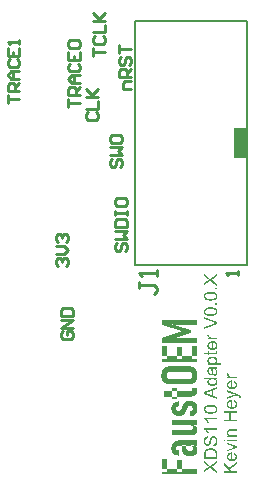
<source format=gto>
G04*
G04 #@! TF.GenerationSoftware,Altium Limited,Altium Designer,23.0.1 (38)*
G04*
G04 Layer_Color=65535*
%FSLAX43Y43*%
%MOMM*%
G71*
G04*
G04 #@! TF.SameCoordinates,F4D5CC03-99AA-4306-8ABA-C9368C199380*
G04*
G04*
G04 #@! TF.FilePolarity,Positive*
G04*
G01*
G75*
%ADD10C,0.200*%
%ADD11C,0.254*%
G36*
X47237Y43561D02*
X46083D01*
Y41021D01*
X47237D01*
Y43561D01*
D02*
G37*
G36*
X44626Y31029D02*
X44228Y30746D01*
X44227Y30744D01*
X44222Y30741D01*
X44215Y30738D01*
X44207Y30731D01*
X44185Y30717D01*
X44160Y30701D01*
X44162Y30699D01*
X44168Y30694D01*
X44178Y30688D01*
X44191Y30680D01*
X44217Y30662D01*
X44228Y30654D01*
X44238Y30647D01*
X44626Y30364D01*
Y30186D01*
X44047Y30618D01*
X43507Y30236D01*
Y30413D01*
X43795Y30617D01*
X43796D01*
X43798Y30620D01*
X43803Y30623D01*
X43809Y30628D01*
X43825Y30638D01*
X43845Y30652D01*
X43867Y30667D01*
X43890Y30681D01*
X43911Y30694D01*
X43931Y30706D01*
X43927Y30707D01*
X43921Y30712D01*
X43908Y30720D01*
X43892Y30731D01*
X43874Y30744D01*
X43851Y30761D01*
X43829Y30777D01*
X43804Y30796D01*
X43507Y31019D01*
Y31181D01*
X44039Y30793D01*
X44626Y31212D01*
Y31029D01*
D02*
G37*
G36*
Y29887D02*
X44469D01*
Y30044D01*
X44626D01*
Y29887D01*
D02*
G37*
G36*
X44125Y29668D02*
X44144D01*
X44165Y29667D01*
X44188Y29665D01*
X44240Y29660D01*
X44293Y29652D01*
X44345Y29643D01*
X44369Y29636D01*
X44393Y29628D01*
X44395D01*
X44398Y29626D01*
X44405Y29623D01*
X44413Y29620D01*
X44424Y29617D01*
X44435Y29610D01*
X44463Y29597D01*
X44492Y29581D01*
X44524Y29560D01*
X44554Y29536D01*
X44581Y29507D01*
Y29505D01*
X44584Y29503D01*
X44588Y29499D01*
X44591Y29492D01*
X44596Y29484D01*
X44602Y29476D01*
X44613Y29452D01*
X44625Y29422D01*
X44636Y29389D01*
X44643Y29348D01*
X44646Y29304D01*
Y29288D01*
X44644Y29277D01*
X44643Y29264D01*
X44639Y29248D01*
X44636Y29230D01*
X44631Y29211D01*
X44625Y29191D01*
X44618Y29170D01*
X44609Y29149D01*
X44597Y29128D01*
X44584Y29107D01*
X44568Y29086D01*
X44550Y29067D01*
X44531Y29049D01*
X44529Y29047D01*
X44524Y29044D01*
X44516Y29039D01*
X44503Y29031D01*
X44489Y29023D01*
X44469Y29015D01*
X44447Y29003D01*
X44421Y28994D01*
X44392Y28984D01*
X44358Y28974D01*
X44321Y28965D01*
X44278Y28957D01*
X44233Y28948D01*
X44185Y28944D01*
X44131Y28940D01*
X44075Y28939D01*
X44073D01*
X44067D01*
X44055D01*
X44042D01*
X44024Y28940D01*
X44005D01*
X43984Y28942D01*
X43960Y28944D01*
X43910Y28948D01*
X43856Y28957D01*
X43803Y28966D01*
X43779Y28973D01*
X43754Y28979D01*
X43753D01*
X43749Y28981D01*
X43743Y28984D01*
X43735Y28987D01*
X43723Y28990D01*
X43712Y28997D01*
X43685Y29010D01*
X43656Y29026D01*
X43625Y29047D01*
X43594Y29071D01*
X43568Y29101D01*
Y29102D01*
X43565Y29104D01*
X43562Y29109D01*
X43558Y29115D01*
X43552Y29123D01*
X43547Y29133D01*
X43534Y29157D01*
X43523Y29186D01*
X43512Y29220D01*
X43505Y29261D01*
X43502Y29304D01*
Y29319D01*
X43503Y29337D01*
X43507Y29358D01*
X43512Y29382D01*
X43518Y29408D01*
X43526Y29435D01*
X43539Y29461D01*
Y29463D01*
X43541Y29465D01*
X43546Y29473D01*
X43554Y29486D01*
X43565Y29502D01*
X43581Y29520D01*
X43599Y29539D01*
X43620Y29557D01*
X43644Y29575D01*
X43647Y29576D01*
X43656Y29583D01*
X43670Y29589D01*
X43691Y29600D01*
X43715Y29610D01*
X43743Y29623D01*
X43775Y29634D01*
X43811Y29644D01*
X43812D01*
X43816Y29646D01*
X43821Y29647D01*
X43829Y29649D01*
X43838Y29651D01*
X43850Y29652D01*
X43864Y29655D01*
X43880Y29657D01*
X43898Y29660D01*
X43918Y29662D01*
X43940Y29664D01*
X43963Y29667D01*
X43989Y29668D01*
X44015D01*
X44044Y29670D01*
X44075D01*
X44076D01*
X44083D01*
X44094D01*
X44107D01*
X44125Y29668D01*
D02*
G37*
G36*
X44626Y28581D02*
X44469D01*
Y28738D01*
X44626D01*
Y28581D01*
D02*
G37*
G36*
X44125Y28363D02*
X44144D01*
X44165Y28361D01*
X44188Y28359D01*
X44240Y28355D01*
X44293Y28347D01*
X44345Y28337D01*
X44369Y28330D01*
X44393Y28322D01*
X44395D01*
X44398Y28321D01*
X44405Y28317D01*
X44413Y28314D01*
X44424Y28311D01*
X44435Y28304D01*
X44463Y28292D01*
X44492Y28275D01*
X44524Y28254D01*
X44554Y28230D01*
X44581Y28201D01*
Y28199D01*
X44584Y28198D01*
X44588Y28193D01*
X44591Y28186D01*
X44596Y28178D01*
X44602Y28170D01*
X44613Y28146D01*
X44625Y28117D01*
X44636Y28083D01*
X44643Y28042D01*
X44646Y27999D01*
Y27982D01*
X44644Y27971D01*
X44643Y27958D01*
X44639Y27942D01*
X44636Y27924D01*
X44631Y27905D01*
X44625Y27885D01*
X44618Y27864D01*
X44609Y27843D01*
X44597Y27822D01*
X44584Y27801D01*
X44568Y27780D01*
X44550Y27761D01*
X44531Y27743D01*
X44529Y27741D01*
X44524Y27738D01*
X44516Y27733D01*
X44503Y27725D01*
X44489Y27717D01*
X44469Y27709D01*
X44447Y27698D01*
X44421Y27688D01*
X44392Y27678D01*
X44358Y27669D01*
X44321Y27659D01*
X44278Y27651D01*
X44233Y27643D01*
X44185Y27638D01*
X44131Y27635D01*
X44075Y27633D01*
X44073D01*
X44067D01*
X44055D01*
X44042D01*
X44024Y27635D01*
X44005D01*
X43984Y27636D01*
X43960Y27638D01*
X43910Y27643D01*
X43856Y27651D01*
X43803Y27660D01*
X43779Y27667D01*
X43754Y27673D01*
X43753D01*
X43749Y27675D01*
X43743Y27678D01*
X43735Y27682D01*
X43723Y27685D01*
X43712Y27691D01*
X43685Y27704D01*
X43656Y27720D01*
X43625Y27741D01*
X43594Y27766D01*
X43568Y27795D01*
Y27796D01*
X43565Y27798D01*
X43562Y27803D01*
X43558Y27809D01*
X43552Y27817D01*
X43547Y27827D01*
X43534Y27851D01*
X43523Y27881D01*
X43512Y27915D01*
X43505Y27955D01*
X43502Y27999D01*
Y28013D01*
X43503Y28031D01*
X43507Y28052D01*
X43512Y28076D01*
X43518Y28102D01*
X43526Y28130D01*
X43539Y28156D01*
Y28157D01*
X43541Y28159D01*
X43546Y28167D01*
X43554Y28180D01*
X43565Y28196D01*
X43581Y28214D01*
X43599Y28233D01*
X43620Y28251D01*
X43644Y28269D01*
X43647Y28270D01*
X43656Y28277D01*
X43670Y28283D01*
X43691Y28295D01*
X43715Y28304D01*
X43743Y28317D01*
X43775Y28329D01*
X43811Y28338D01*
X43812D01*
X43816Y28340D01*
X43821Y28342D01*
X43829Y28343D01*
X43838Y28345D01*
X43850Y28347D01*
X43864Y28350D01*
X43880Y28351D01*
X43898Y28355D01*
X43918Y28356D01*
X43940Y28358D01*
X43963Y28361D01*
X43989Y28363D01*
X44015D01*
X44044Y28364D01*
X44075D01*
X44076D01*
X44083D01*
X44094D01*
X44107D01*
X44125Y28363D01*
D02*
G37*
G36*
X44626Y27118D02*
Y26963D01*
X43507Y26530D01*
Y26691D01*
X44321Y26983D01*
X44322D01*
X44325Y26984D01*
X44330Y26986D01*
X44337Y26989D01*
X44346Y26991D01*
X44356Y26994D01*
X44380Y27002D01*
X44408Y27012D01*
X44439Y27021D01*
X44503Y27041D01*
X44502D01*
X44499Y27042D01*
X44494Y27044D01*
X44487Y27046D01*
X44469Y27051D01*
X44445Y27059D01*
X44418Y27067D01*
X44387Y27076D01*
X44355Y27088D01*
X44321Y27101D01*
X43507Y27405D01*
Y27555D01*
X44626Y27118D01*
D02*
G37*
G36*
X43968Y26060D02*
X43966Y26059D01*
X43963Y26052D01*
X43958Y26043D01*
X43953Y26030D01*
X43948Y26015D01*
X43944Y25997D01*
X43940Y25979D01*
X43939Y25962D01*
Y25954D01*
X43940Y25945D01*
X43942Y25934D01*
X43945Y25923D01*
X43950Y25908D01*
X43956Y25894D01*
X43966Y25881D01*
X43968Y25879D01*
X43971Y25874D01*
X43978Y25869D01*
X43986Y25861D01*
X43997Y25853D01*
X44010Y25845D01*
X44024Y25837D01*
X44042Y25831D01*
X44045Y25829D01*
X44055Y25827D01*
X44070Y25824D01*
X44089Y25819D01*
X44113Y25814D01*
X44141Y25811D01*
X44170Y25810D01*
X44202Y25808D01*
X44626D01*
Y25670D01*
X43814D01*
Y25795D01*
X43937D01*
X43935Y25797D01*
X43924Y25803D01*
X43910Y25811D01*
X43892Y25824D01*
X43874Y25837D01*
X43855Y25852D01*
X43838Y25866D01*
X43825Y25881D01*
X43824Y25882D01*
X43821Y25887D01*
X43816Y25897D01*
X43811Y25907D01*
X43806Y25920D01*
X43801Y25936D01*
X43798Y25952D01*
X43796Y25970D01*
Y25981D01*
X43798Y25996D01*
X43801Y26013D01*
X43808Y26034D01*
X43816Y26057D01*
X43827Y26083D01*
X43842Y26110D01*
X43968Y26060D01*
D02*
G37*
G36*
X44256Y25502D02*
Y24895D01*
X44257D01*
X44262D01*
X44269Y24897D01*
X44278D01*
X44290Y24899D01*
X44303Y24902D01*
X44332Y24907D01*
X44364Y24916D01*
X44400Y24929D01*
X44432Y24947D01*
X44461Y24970D01*
Y24971D01*
X44465Y24973D01*
X44473Y24983D01*
X44484Y24997D01*
X44495Y25017D01*
X44508Y25043D01*
X44520Y25072D01*
X44528Y25104D01*
X44529Y25122D01*
X44531Y25141D01*
Y25154D01*
X44529Y25169D01*
X44526Y25187D01*
X44521Y25206D01*
X44515Y25229D01*
X44505Y25250D01*
X44492Y25271D01*
X44490Y25272D01*
X44484Y25280D01*
X44474Y25290D01*
X44461Y25301D01*
X44444Y25314D01*
X44421Y25329D01*
X44395Y25344D01*
X44364Y25357D01*
X44382Y25499D01*
X44384D01*
X44387Y25497D01*
X44393Y25496D01*
X44403Y25492D01*
X44413Y25488D01*
X44426Y25483D01*
X44453Y25470D01*
X44484Y25454D01*
X44516Y25431D01*
X44547Y25405D01*
X44576Y25373D01*
Y25371D01*
X44579Y25368D01*
X44583Y25363D01*
X44588Y25357D01*
X44592Y25347D01*
X44597Y25337D01*
X44604Y25324D01*
X44610Y25310D01*
X44617Y25293D01*
X44623Y25277D01*
X44633Y25237D01*
X44641Y25191D01*
X44644Y25141D01*
Y25124D01*
X44643Y25112D01*
X44641Y25098D01*
X44638Y25080D01*
X44634Y25060D01*
X44631Y25039D01*
X44618Y24994D01*
X44609Y24970D01*
X44599Y24947D01*
X44586Y24923D01*
X44571Y24900D01*
X44555Y24879D01*
X44536Y24858D01*
X44534Y24857D01*
X44531Y24853D01*
X44524Y24848D01*
X44515Y24842D01*
X44503Y24834D01*
X44490Y24826D01*
X44474Y24816D01*
X44456Y24806D01*
X44435Y24797D01*
X44413Y24787D01*
X44387Y24779D01*
X44359Y24771D01*
X44330Y24764D01*
X44298Y24759D01*
X44264Y24756D01*
X44228Y24755D01*
X44227D01*
X44219D01*
X44209D01*
X44194Y24756D01*
X44177Y24758D01*
X44157Y24759D01*
X44134Y24763D01*
X44112Y24768D01*
X44060Y24781D01*
X44034Y24789D01*
X44007Y24798D01*
X43981Y24811D01*
X43956Y24826D01*
X43932Y24842D01*
X43910Y24860D01*
X43908Y24861D01*
X43905Y24865D01*
X43900Y24871D01*
X43892Y24879D01*
X43884Y24889D01*
X43874Y24902D01*
X43863Y24916D01*
X43853Y24934D01*
X43842Y24952D01*
X43832Y24973D01*
X43822Y24996D01*
X43814Y25020D01*
X43806Y25046D01*
X43801Y25073D01*
X43798Y25102D01*
X43796Y25133D01*
Y25149D01*
X43798Y25161D01*
X43800Y25174D01*
X43803Y25190D01*
X43806Y25208D01*
X43811Y25229D01*
X43816Y25248D01*
X43824Y25271D01*
X43832Y25292D01*
X43843Y25314D01*
X43856Y25337D01*
X43871Y25360D01*
X43889Y25381D01*
X43908Y25400D01*
X43910Y25402D01*
X43913Y25405D01*
X43919Y25410D01*
X43929Y25416D01*
X43940Y25424D01*
X43953Y25433D01*
X43969Y25442D01*
X43989Y25452D01*
X44010Y25462D01*
X44033Y25471D01*
X44058Y25479D01*
X44086Y25488D01*
X44117Y25494D01*
X44149Y25499D01*
X44183Y25502D01*
X44220Y25504D01*
X44222D01*
X44228D01*
X44240D01*
X44256Y25502D01*
D02*
G37*
G36*
X44626Y24680D02*
X44628Y24674D01*
X44630Y24662D01*
X44631Y24648D01*
X44634Y24632D01*
X44636Y24614D01*
X44638Y24578D01*
Y24565D01*
X44636Y24552D01*
X44634Y24536D01*
X44633Y24517D01*
X44628Y24497D01*
X44623Y24480D01*
X44615Y24462D01*
X44613Y24460D01*
X44610Y24455D01*
X44605Y24449D01*
X44597Y24439D01*
X44589Y24431D01*
X44578Y24421D01*
X44566Y24412D01*
X44552Y24405D01*
X44550D01*
X44544Y24402D01*
X44532Y24400D01*
X44516Y24397D01*
X44495Y24394D01*
X44482Y24392D01*
X44468D01*
X44450Y24391D01*
X44432Y24389D01*
X44413D01*
X44390D01*
X43921D01*
Y24287D01*
X43814D01*
Y24389D01*
X43613D01*
X43531Y24526D01*
X43814D01*
Y24666D01*
X43921D01*
Y24526D01*
X44398D01*
X44401D01*
X44408D01*
X44418D01*
X44429Y24528D01*
X44455Y24530D01*
X44466Y24531D01*
X44474Y24533D01*
X44477Y24535D01*
X44484Y24539D01*
X44492Y24546D01*
X44500Y24557D01*
X44502Y24560D01*
X44505Y24569D01*
X44508Y24583D01*
X44510Y24604D01*
Y24620D01*
X44508Y24628D01*
Y24640D01*
X44507Y24653D01*
X44505Y24666D01*
X44626Y24683D01*
Y24680D01*
D02*
G37*
G36*
X44248Y24198D02*
X44261D01*
X44290Y24195D01*
X44325Y24188D01*
X44363Y24180D01*
X44401Y24169D01*
X44440Y24154D01*
X44442D01*
X44445Y24153D01*
X44450Y24149D01*
X44456Y24146D01*
X44474Y24135D01*
X44497Y24120D01*
X44521Y24103D01*
X44545Y24080D01*
X44570Y24054D01*
X44592Y24023D01*
Y24022D01*
X44594Y24020D01*
X44597Y24015D01*
X44600Y24009D01*
X44609Y23993D01*
X44618Y23970D01*
X44628Y23942D01*
X44636Y23913D01*
X44643Y23879D01*
X44644Y23845D01*
Y23834D01*
X44643Y23821D01*
X44641Y23805D01*
X44638Y23785D01*
X44633Y23764D01*
X44626Y23743D01*
X44617Y23722D01*
X44615Y23721D01*
X44612Y23713D01*
X44605Y23703D01*
X44596Y23690D01*
X44586Y23677D01*
X44573Y23661D01*
X44558Y23646D01*
X44542Y23633D01*
X44937D01*
Y23496D01*
X43814D01*
Y23620D01*
X43921D01*
X43918Y23622D01*
X43911Y23628D01*
X43900Y23637D01*
X43887Y23650D01*
X43871Y23664D01*
X43856Y23680D01*
X43842Y23700D01*
X43829Y23719D01*
X43827Y23722D01*
X43824Y23729D01*
X43819Y23742D01*
X43812Y23758D01*
X43806Y23777D01*
X43801Y23800D01*
X43798Y23826D01*
X43796Y23855D01*
Y23873D01*
X43798Y23881D01*
X43800Y23892D01*
X43803Y23917D01*
X43809Y23946D01*
X43819Y23976D01*
X43834Y24007D01*
X43851Y24038D01*
Y24039D01*
X43855Y24041D01*
X43861Y24051D01*
X43874Y24065D01*
X43890Y24083D01*
X43911Y24103D01*
X43937Y24122D01*
X43968Y24141D01*
X44002Y24158D01*
X44003D01*
X44007Y24159D01*
X44011Y24161D01*
X44018Y24164D01*
X44028Y24167D01*
X44039Y24171D01*
X44065Y24179D01*
X44097Y24187D01*
X44133Y24193D01*
X44173Y24198D01*
X44215Y24200D01*
X44217D01*
X44220D01*
X44227D01*
X44236D01*
X44248Y24198D01*
D02*
G37*
G36*
X44626Y23182D02*
X44625Y23180D01*
X44618Y23179D01*
X44610Y23175D01*
X44597Y23171D01*
X44583Y23166D01*
X44565Y23163D01*
X44545Y23159D01*
X44524Y23156D01*
Y23154D01*
X44528Y23153D01*
X44536Y23143D01*
X44547Y23129D01*
X44562Y23109D01*
X44576Y23085D01*
X44592Y23061D01*
X44607Y23035D01*
X44618Y23007D01*
X44620Y23004D01*
X44621Y22994D01*
X44626Y22980D01*
X44631Y22962D01*
X44636Y22939D01*
X44639Y22913D01*
X44643Y22884D01*
X44644Y22855D01*
Y22842D01*
X44643Y22832D01*
Y22821D01*
X44641Y22808D01*
X44636Y22779D01*
X44628Y22747D01*
X44617Y22711D01*
X44600Y22679D01*
X44579Y22650D01*
X44576Y22646D01*
X44568Y22638D01*
X44554Y22627D01*
X44534Y22614D01*
X44510Y22601D01*
X44482Y22590D01*
X44448Y22582D01*
X44432Y22580D01*
X44413Y22578D01*
X44410D01*
X44403D01*
X44392Y22580D01*
X44377Y22582D01*
X44359Y22585D01*
X44342Y22590D01*
X44322Y22596D01*
X44304Y22604D01*
X44303Y22606D01*
X44296Y22609D01*
X44287Y22616D01*
X44275Y22624D01*
X44262Y22633D01*
X44249Y22646D01*
X44236Y22659D01*
X44225Y22676D01*
X44223Y22677D01*
X44220Y22684D01*
X44214Y22692D01*
X44207Y22705D01*
X44201Y22719D01*
X44193Y22737D01*
X44186Y22755D01*
X44180Y22776D01*
Y22777D01*
X44178Y22784D01*
X44175Y22794D01*
X44173Y22807D01*
X44170Y22823D01*
X44167Y22844D01*
X44162Y22868D01*
X44159Y22897D01*
Y22899D01*
X44157Y22905D01*
Y22913D01*
X44155Y22925D01*
X44154Y22938D01*
X44151Y22954D01*
X44149Y22972D01*
X44146Y22991D01*
X44138Y23030D01*
X44130Y23072D01*
X44120Y23109D01*
X44115Y23127D01*
X44110Y23143D01*
X44109D01*
X44105D01*
X44096Y23145D01*
X44084D01*
X44078D01*
X44075D01*
X44073D01*
X44071D01*
X44062D01*
X44045Y23143D01*
X44028Y23140D01*
X44008Y23135D01*
X43989Y23127D01*
X43971Y23117D01*
X43956Y23104D01*
X43955Y23103D01*
X43948Y23095D01*
X43942Y23082D01*
X43932Y23065D01*
X43924Y23043D01*
X43916Y23017D01*
X43911Y22985D01*
X43910Y22947D01*
Y22931D01*
X43911Y22915D01*
X43914Y22892D01*
X43918Y22870D01*
X43924Y22845D01*
X43932Y22823D01*
X43944Y22803D01*
X43945Y22802D01*
X43950Y22795D01*
X43958Y22787D01*
X43971Y22777D01*
X43987Y22768D01*
X44008Y22756D01*
X44034Y22747D01*
X44063Y22737D01*
X44045Y22603D01*
X44044D01*
X44042Y22604D01*
X44037D01*
X44031Y22606D01*
X44016Y22611D01*
X43995Y22617D01*
X43974Y22625D01*
X43952Y22635D01*
X43929Y22648D01*
X43908Y22663D01*
X43906Y22664D01*
X43900Y22671D01*
X43890Y22680D01*
X43877Y22693D01*
X43864Y22711D01*
X43851Y22732D01*
X43837Y22756D01*
X43825Y22784D01*
Y22786D01*
X43824Y22787D01*
X43822Y22792D01*
X43821Y22798D01*
X43816Y22815D01*
X43811Y22837D01*
X43806Y22863D01*
X43801Y22896D01*
X43798Y22930D01*
X43796Y22968D01*
Y22986D01*
X43798Y23004D01*
X43800Y23028D01*
X43803Y23056D01*
X43808Y23083D01*
X43814Y23111D01*
X43822Y23137D01*
X43824Y23140D01*
X43827Y23148D01*
X43832Y23159D01*
X43838Y23174D01*
X43848Y23190D01*
X43858Y23206D01*
X43871Y23221D01*
X43884Y23234D01*
X43885Y23235D01*
X43890Y23239D01*
X43898Y23243D01*
X43908Y23250D01*
X43923Y23258D01*
X43937Y23264D01*
X43955Y23271D01*
X43976Y23276D01*
X43978D01*
X43982Y23277D01*
X43992Y23279D01*
X44005Y23281D01*
X44023D01*
X44044Y23282D01*
X44071Y23284D01*
X44102D01*
X44287D01*
X44288D01*
X44295D01*
X44304D01*
X44317D01*
X44332D01*
X44350D01*
X44388Y23285D01*
X44429D01*
X44469Y23287D01*
X44487Y23289D01*
X44503D01*
X44518Y23290D01*
X44529Y23292D01*
X44531D01*
X44537Y23294D01*
X44547Y23295D01*
X44560Y23300D01*
X44575Y23303D01*
X44591Y23310D01*
X44609Y23318D01*
X44626Y23326D01*
Y23182D01*
D02*
G37*
G36*
X45622Y22732D02*
X45620Y22731D01*
X45617Y22724D01*
X45612Y22714D01*
X45607Y22701D01*
X45603Y22687D01*
X45598Y22669D01*
X45595Y22651D01*
X45593Y22633D01*
Y22625D01*
X45595Y22617D01*
X45596Y22606D01*
X45599Y22595D01*
X45604Y22580D01*
X45611Y22565D01*
X45620Y22553D01*
X45622Y22551D01*
X45625Y22546D01*
X45632Y22541D01*
X45640Y22533D01*
X45651Y22525D01*
X45664Y22517D01*
X45679Y22509D01*
X45696Y22502D01*
X45700Y22501D01*
X45709Y22499D01*
X45724Y22496D01*
X45743Y22491D01*
X45768Y22486D01*
X45795Y22483D01*
X45824Y22481D01*
X45857Y22480D01*
X46281D01*
Y22342D01*
X45468D01*
Y22467D01*
X45591D01*
X45590Y22468D01*
X45578Y22475D01*
X45564Y22483D01*
X45546Y22496D01*
X45528Y22509D01*
X45509Y22523D01*
X45493Y22538D01*
X45480Y22553D01*
X45478Y22554D01*
X45475Y22559D01*
X45470Y22569D01*
X45465Y22578D01*
X45460Y22591D01*
X45455Y22608D01*
X45452Y22624D01*
X45451Y22642D01*
Y22653D01*
X45452Y22667D01*
X45455Y22685D01*
X45462Y22706D01*
X45470Y22729D01*
X45481Y22755D01*
X45496Y22782D01*
X45622Y22732D01*
D02*
G37*
G36*
X44626Y22279D02*
X44524D01*
X44526Y22277D01*
X44529Y22276D01*
X44536Y22271D01*
X44544Y22265D01*
X44552Y22256D01*
X44562Y22247D01*
X44573Y22235D01*
X44584Y22221D01*
X44596Y22206D01*
X44607Y22190D01*
X44617Y22171D01*
X44625Y22150D01*
X44633Y22129D01*
X44639Y22104D01*
X44643Y22078D01*
X44644Y22051D01*
Y22041D01*
X44643Y22035D01*
X44641Y22015D01*
X44638Y21993D01*
X44631Y21965D01*
X44621Y21934D01*
X44609Y21904D01*
X44591Y21873D01*
Y21871D01*
X44588Y21870D01*
X44581Y21860D01*
X44568Y21845D01*
X44552Y21828D01*
X44531Y21807D01*
X44505Y21786D01*
X44476Y21765D01*
X44442Y21747D01*
X44440D01*
X44437Y21745D01*
X44432Y21744D01*
X44426Y21740D01*
X44416Y21737D01*
X44405Y21732D01*
X44393Y21729D01*
X44379Y21726D01*
X44346Y21718D01*
X44309Y21710D01*
X44267Y21705D01*
X44222Y21703D01*
X44220D01*
X44217D01*
X44211D01*
X44201D01*
X44191Y21705D01*
X44178D01*
X44149Y21708D01*
X44115Y21713D01*
X44078Y21721D01*
X44039Y21731D01*
X44002Y21744D01*
X44000D01*
X43997Y21745D01*
X43992Y21748D01*
X43986Y21752D01*
X43968Y21761D01*
X43945Y21774D01*
X43921Y21790D01*
X43897Y21812D01*
X43871Y21836D01*
X43850Y21865D01*
Y21867D01*
X43848Y21868D01*
X43845Y21873D01*
X43842Y21879D01*
X43834Y21896D01*
X43822Y21918D01*
X43812Y21944D01*
X43804Y21975D01*
X43798Y22009D01*
X43796Y22044D01*
Y22057D01*
X43798Y22070D01*
X43800Y22088D01*
X43804Y22109D01*
X43809Y22132D01*
X43817Y22155D01*
X43829Y22176D01*
X43830Y22179D01*
X43834Y22185D01*
X43842Y22195D01*
X43850Y22208D01*
X43861Y22224D01*
X43876Y22239D01*
X43890Y22255D01*
X43908Y22269D01*
X43507D01*
Y22407D01*
X44626D01*
Y22279D01*
D02*
G37*
G36*
X45910Y22174D02*
Y21567D01*
X45912D01*
X45917D01*
X45923Y21569D01*
X45933D01*
X45944Y21570D01*
X45957Y21574D01*
X45986Y21579D01*
X46018Y21588D01*
X46054Y21601D01*
X46086Y21619D01*
X46116Y21642D01*
Y21643D01*
X46119Y21645D01*
X46127Y21655D01*
X46138Y21669D01*
X46149Y21689D01*
X46162Y21714D01*
X46174Y21744D01*
X46182Y21776D01*
X46183Y21794D01*
X46185Y21813D01*
Y21826D01*
X46183Y21841D01*
X46180Y21858D01*
X46175Y21878D01*
X46169Y21900D01*
X46159Y21922D01*
X46146Y21943D01*
X46145Y21944D01*
X46138Y21952D01*
X46128Y21962D01*
X46116Y21973D01*
X46098Y21986D01*
X46075Y22001D01*
X46049Y22015D01*
X46018Y22028D01*
X46036Y22171D01*
X46038D01*
X46041Y22169D01*
X46048Y22167D01*
X46057Y22164D01*
X46067Y22159D01*
X46080Y22155D01*
X46107Y22142D01*
X46138Y22125D01*
X46171Y22103D01*
X46201Y22077D01*
X46230Y22044D01*
Y22043D01*
X46234Y22040D01*
X46237Y22035D01*
X46242Y22028D01*
X46247Y22019D01*
X46251Y22009D01*
X46258Y21996D01*
X46264Y21981D01*
X46271Y21965D01*
X46277Y21949D01*
X46287Y21909D01*
X46295Y21863D01*
X46298Y21813D01*
Y21795D01*
X46297Y21784D01*
X46295Y21769D01*
X46292Y21752D01*
X46289Y21732D01*
X46285Y21711D01*
X46272Y21666D01*
X46263Y21642D01*
X46253Y21619D01*
X46240Y21595D01*
X46226Y21572D01*
X46209Y21551D01*
X46190Y21530D01*
X46188Y21528D01*
X46185Y21525D01*
X46179Y21520D01*
X46169Y21514D01*
X46158Y21506D01*
X46145Y21498D01*
X46128Y21488D01*
X46111Y21478D01*
X46090Y21468D01*
X46067Y21459D01*
X46041Y21451D01*
X46014Y21443D01*
X45984Y21436D01*
X45952Y21431D01*
X45918Y21428D01*
X45883Y21426D01*
X45881D01*
X45873D01*
X45863D01*
X45849Y21428D01*
X45831Y21430D01*
X45811Y21431D01*
X45789Y21435D01*
X45766Y21439D01*
X45714Y21452D01*
X45688Y21460D01*
X45661Y21470D01*
X45635Y21483D01*
X45611Y21498D01*
X45586Y21514D01*
X45564Y21532D01*
X45562Y21533D01*
X45559Y21536D01*
X45554Y21543D01*
X45546Y21551D01*
X45538Y21561D01*
X45528Y21574D01*
X45517Y21588D01*
X45507Y21606D01*
X45496Y21624D01*
X45486Y21645D01*
X45476Y21668D01*
X45468Y21692D01*
X45460Y21718D01*
X45455Y21745D01*
X45452Y21774D01*
X45451Y21805D01*
Y21821D01*
X45452Y21833D01*
X45454Y21845D01*
X45457Y21862D01*
X45460Y21879D01*
X45465Y21900D01*
X45470Y21920D01*
X45478Y21943D01*
X45486Y21964D01*
X45497Y21986D01*
X45510Y22009D01*
X45525Y22032D01*
X45543Y22053D01*
X45562Y22072D01*
X45564Y22074D01*
X45567Y22077D01*
X45573Y22082D01*
X45583Y22088D01*
X45595Y22096D01*
X45607Y22104D01*
X45624Y22114D01*
X45643Y22124D01*
X45664Y22133D01*
X45687Y22143D01*
X45713Y22151D01*
X45740Y22159D01*
X45771Y22166D01*
X45803Y22171D01*
X45837Y22174D01*
X45874Y22176D01*
X45876D01*
X45883D01*
X45894D01*
X45910Y22174D01*
D02*
G37*
G36*
X46293Y21046D02*
X46295D01*
X46300Y21045D01*
X46306Y21041D01*
X46315Y21038D01*
X46326Y21033D01*
X46339Y21028D01*
X46366Y21017D01*
X46397Y21006D01*
X46428Y20993D01*
X46455Y20980D01*
X46467Y20973D01*
X46478Y20969D01*
X46481Y20967D01*
X46489Y20962D01*
X46501Y20954D01*
X46515Y20944D01*
X46531Y20931D01*
X46548Y20917D01*
X46564Y20902D01*
X46577Y20884D01*
X46578Y20883D01*
X46581Y20876D01*
X46586Y20867D01*
X46593Y20852D01*
X46599Y20836D01*
X46604Y20816D01*
X46607Y20795D01*
X46609Y20771D01*
Y20765D01*
X46607Y20757D01*
Y20745D01*
X46604Y20732D01*
X46601Y20718D01*
X46598Y20702D01*
X46591Y20684D01*
X46463Y20669D01*
Y20671D01*
X46465Y20677D01*
X46467Y20685D01*
X46470Y20695D01*
X46475Y20721D01*
X46476Y20747D01*
Y20755D01*
X46475Y20763D01*
Y20773D01*
X46470Y20797D01*
X46465Y20808D01*
X46460Y20820D01*
Y20821D01*
X46457Y20825D01*
X46454Y20829D01*
X46449Y20836D01*
X46436Y20850D01*
X46418Y20863D01*
X46416D01*
X46413Y20867D01*
X46407Y20870D01*
X46397Y20873D01*
X46384Y20880D01*
X46365Y20886D01*
X46342Y20896D01*
X46315Y20905D01*
X46313D01*
X46306Y20909D01*
X46295Y20912D01*
X46281Y20918D01*
X45468Y20611D01*
Y20757D01*
X45939Y20926D01*
X45941D01*
X45942Y20928D01*
X45947Y20930D01*
X45955Y20931D01*
X45963Y20935D01*
X45973Y20938D01*
X45996Y20946D01*
X46023Y20956D01*
X46056Y20965D01*
X46090Y20975D01*
X46127Y20985D01*
X46125D01*
X46122Y20986D01*
X46117Y20988D01*
X46111Y20990D01*
X46103Y20991D01*
X46093Y20994D01*
X46069Y21001D01*
X46041Y21009D01*
X46009Y21020D01*
X45976Y21030D01*
X45942Y21043D01*
X45468Y21218D01*
Y21355D01*
X46293Y21046D01*
D02*
G37*
G36*
X44626Y21485D02*
X44287Y21354D01*
Y20884D01*
X44626Y20763D01*
Y20606D01*
X43507Y21033D01*
Y21195D01*
X44626Y21653D01*
Y21485D01*
D02*
G37*
G36*
X45910Y20520D02*
Y19914D01*
X45912D01*
X45917D01*
X45923Y19915D01*
X45933D01*
X45944Y19917D01*
X45957Y19920D01*
X45986Y19925D01*
X46018Y19935D01*
X46054Y19948D01*
X46086Y19965D01*
X46116Y19988D01*
Y19990D01*
X46119Y19991D01*
X46127Y20001D01*
X46138Y20016D01*
X46149Y20035D01*
X46162Y20061D01*
X46174Y20090D01*
X46182Y20122D01*
X46183Y20140D01*
X46185Y20160D01*
Y20172D01*
X46183Y20187D01*
X46180Y20205D01*
X46175Y20224D01*
X46169Y20247D01*
X46159Y20268D01*
X46146Y20289D01*
X46145Y20291D01*
X46138Y20299D01*
X46128Y20308D01*
X46116Y20320D01*
X46098Y20333D01*
X46075Y20347D01*
X46049Y20362D01*
X46018Y20375D01*
X46036Y20517D01*
X46038D01*
X46041Y20515D01*
X46048Y20514D01*
X46057Y20511D01*
X46067Y20506D01*
X46080Y20501D01*
X46107Y20488D01*
X46138Y20472D01*
X46171Y20449D01*
X46201Y20423D01*
X46230Y20391D01*
Y20389D01*
X46234Y20386D01*
X46237Y20381D01*
X46242Y20375D01*
X46247Y20365D01*
X46251Y20355D01*
X46258Y20342D01*
X46264Y20328D01*
X46271Y20312D01*
X46277Y20295D01*
X46287Y20255D01*
X46295Y20210D01*
X46298Y20160D01*
Y20142D01*
X46297Y20130D01*
X46295Y20116D01*
X46292Y20098D01*
X46289Y20079D01*
X46285Y20058D01*
X46272Y20012D01*
X46263Y19988D01*
X46253Y19965D01*
X46240Y19941D01*
X46226Y19918D01*
X46209Y19897D01*
X46190Y19876D01*
X46188Y19875D01*
X46185Y19872D01*
X46179Y19867D01*
X46169Y19860D01*
X46158Y19852D01*
X46145Y19844D01*
X46128Y19834D01*
X46111Y19825D01*
X46090Y19815D01*
X46067Y19805D01*
X46041Y19797D01*
X46014Y19789D01*
X45984Y19783D01*
X45952Y19778D01*
X45918Y19774D01*
X45883Y19773D01*
X45881D01*
X45873D01*
X45863D01*
X45849Y19774D01*
X45831Y19776D01*
X45811Y19778D01*
X45789Y19781D01*
X45766Y19786D01*
X45714Y19799D01*
X45688Y19807D01*
X45661Y19817D01*
X45635Y19829D01*
X45611Y19844D01*
X45586Y19860D01*
X45564Y19878D01*
X45562Y19880D01*
X45559Y19883D01*
X45554Y19889D01*
X45546Y19897D01*
X45538Y19907D01*
X45528Y19920D01*
X45517Y19935D01*
X45507Y19952D01*
X45496Y19970D01*
X45486Y19991D01*
X45476Y20014D01*
X45468Y20038D01*
X45460Y20064D01*
X45455Y20092D01*
X45452Y20121D01*
X45451Y20151D01*
Y20168D01*
X45452Y20179D01*
X45454Y20192D01*
X45457Y20208D01*
X45460Y20226D01*
X45465Y20247D01*
X45470Y20266D01*
X45478Y20289D01*
X45486Y20310D01*
X45497Y20333D01*
X45510Y20355D01*
X45525Y20378D01*
X45543Y20399D01*
X45562Y20418D01*
X45564Y20420D01*
X45567Y20423D01*
X45573Y20428D01*
X45583Y20435D01*
X45595Y20443D01*
X45607Y20451D01*
X45624Y20460D01*
X45643Y20470D01*
X45664Y20480D01*
X45687Y20490D01*
X45713Y20498D01*
X45740Y20506D01*
X45771Y20512D01*
X45803Y20517D01*
X45837Y20520D01*
X45874Y20522D01*
X45876D01*
X45883D01*
X45894D01*
X45910Y20520D01*
D02*
G37*
G36*
X44125Y20096D02*
X44144D01*
X44165Y20095D01*
X44188Y20093D01*
X44240Y20088D01*
X44293Y20080D01*
X44345Y20071D01*
X44369Y20064D01*
X44393Y20056D01*
X44395D01*
X44398Y20054D01*
X44405Y20051D01*
X44413Y20048D01*
X44424Y20045D01*
X44435Y20038D01*
X44463Y20025D01*
X44492Y20009D01*
X44524Y19988D01*
X44554Y19964D01*
X44581Y19935D01*
Y19933D01*
X44584Y19931D01*
X44588Y19927D01*
X44591Y19920D01*
X44596Y19912D01*
X44602Y19904D01*
X44613Y19880D01*
X44625Y19851D01*
X44636Y19817D01*
X44643Y19776D01*
X44646Y19732D01*
Y19716D01*
X44644Y19705D01*
X44643Y19692D01*
X44639Y19676D01*
X44636Y19658D01*
X44631Y19639D01*
X44625Y19619D01*
X44618Y19598D01*
X44609Y19577D01*
X44597Y19556D01*
X44584Y19535D01*
X44568Y19514D01*
X44550Y19495D01*
X44531Y19477D01*
X44529Y19475D01*
X44524Y19472D01*
X44516Y19467D01*
X44503Y19459D01*
X44489Y19451D01*
X44469Y19443D01*
X44447Y19431D01*
X44421Y19422D01*
X44392Y19412D01*
X44358Y19402D01*
X44321Y19393D01*
X44278Y19385D01*
X44233Y19376D01*
X44185Y19372D01*
X44131Y19368D01*
X44075Y19367D01*
X44073D01*
X44067D01*
X44055D01*
X44042D01*
X44024Y19368D01*
X44005D01*
X43984Y19370D01*
X43960Y19372D01*
X43910Y19376D01*
X43856Y19385D01*
X43803Y19394D01*
X43779Y19401D01*
X43754Y19407D01*
X43753D01*
X43749Y19409D01*
X43743Y19412D01*
X43735Y19415D01*
X43723Y19419D01*
X43712Y19425D01*
X43685Y19438D01*
X43656Y19454D01*
X43625Y19475D01*
X43594Y19499D01*
X43568Y19529D01*
Y19530D01*
X43565Y19532D01*
X43562Y19537D01*
X43558Y19543D01*
X43552Y19551D01*
X43547Y19561D01*
X43534Y19585D01*
X43523Y19614D01*
X43512Y19648D01*
X43505Y19689D01*
X43502Y19732D01*
Y19747D01*
X43503Y19765D01*
X43507Y19786D01*
X43512Y19810D01*
X43518Y19836D01*
X43526Y19863D01*
X43539Y19889D01*
Y19891D01*
X43541Y19893D01*
X43546Y19901D01*
X43554Y19914D01*
X43565Y19930D01*
X43581Y19948D01*
X43599Y19967D01*
X43620Y19985D01*
X43644Y20003D01*
X43647Y20004D01*
X43656Y20011D01*
X43670Y20017D01*
X43691Y20028D01*
X43715Y20038D01*
X43743Y20051D01*
X43775Y20062D01*
X43811Y20072D01*
X43812D01*
X43816Y20074D01*
X43821Y20075D01*
X43829Y20077D01*
X43838Y20079D01*
X43850Y20080D01*
X43864Y20083D01*
X43880Y20085D01*
X43898Y20088D01*
X43918Y20090D01*
X43940Y20092D01*
X43963Y20095D01*
X43989Y20096D01*
X44015D01*
X44044Y20098D01*
X44075D01*
X44076D01*
X44083D01*
X44094D01*
X44107D01*
X44125Y20096D01*
D02*
G37*
G36*
X46281Y19441D02*
X45753D01*
Y18862D01*
X46281D01*
Y18713D01*
X45161D01*
Y18862D01*
X45620D01*
Y19441D01*
X45161D01*
Y19590D01*
X46281D01*
Y19441D01*
D02*
G37*
G36*
X44626Y18876D02*
X43751D01*
X43753Y18875D01*
X43759Y18867D01*
X43769Y18857D01*
X43780Y18841D01*
X43795Y18823D01*
X43811Y18800D01*
X43829Y18775D01*
X43846Y18745D01*
Y18744D01*
X43848Y18742D01*
X43855Y18732D01*
X43863Y18716D01*
X43872Y18697D01*
X43884Y18674D01*
X43895Y18650D01*
X43906Y18626D01*
X43916Y18601D01*
X43783D01*
Y18603D01*
X43780Y18606D01*
X43779Y18613D01*
X43774Y18621D01*
X43769Y18631D01*
X43762Y18642D01*
X43746Y18669D01*
X43728Y18702D01*
X43706Y18734D01*
X43680Y18768D01*
X43652Y18802D01*
X43651Y18804D01*
X43649Y18805D01*
X43644Y18810D01*
X43639Y18817D01*
X43623Y18831D01*
X43604Y18851D01*
X43581Y18870D01*
X43555Y18891D01*
X43529Y18909D01*
X43502Y18925D01*
Y19014D01*
X44626D01*
Y18876D01*
D02*
G37*
G36*
Y18006D02*
X43751D01*
X43753Y18004D01*
X43759Y17996D01*
X43769Y17987D01*
X43780Y17970D01*
X43795Y17953D01*
X43811Y17930D01*
X43829Y17904D01*
X43846Y17875D01*
Y17873D01*
X43848Y17872D01*
X43855Y17862D01*
X43863Y17846D01*
X43872Y17826D01*
X43884Y17804D01*
X43895Y17779D01*
X43906Y17755D01*
X43916Y17731D01*
X43783D01*
Y17733D01*
X43780Y17736D01*
X43779Y17742D01*
X43774Y17750D01*
X43769Y17760D01*
X43762Y17771D01*
X43746Y17799D01*
X43728Y17831D01*
X43706Y17864D01*
X43680Y17898D01*
X43652Y17932D01*
X43651Y17933D01*
X43649Y17935D01*
X43644Y17940D01*
X43639Y17946D01*
X43623Y17961D01*
X43604Y17980D01*
X43581Y18000D01*
X43555Y18021D01*
X43529Y18038D01*
X43502Y18055D01*
Y18144D01*
X44626D01*
Y18006D01*
D02*
G37*
G36*
X46281Y17906D02*
X45789D01*
X45787D01*
X45785D01*
X45774D01*
X45760D01*
X45742Y17904D01*
X45721Y17902D01*
X45700Y17899D01*
X45680Y17894D01*
X45662Y17890D01*
X45661D01*
X45656Y17886D01*
X45648Y17881D01*
X45638Y17877D01*
X45629Y17868D01*
X45617Y17859D01*
X45606Y17846D01*
X45596Y17831D01*
X45595Y17830D01*
X45591Y17825D01*
X45588Y17815D01*
X45583Y17804D01*
X45578Y17791D01*
X45573Y17775D01*
X45572Y17755D01*
X45570Y17736D01*
Y17728D01*
X45572Y17721D01*
X45573Y17705D01*
X45577Y17684D01*
X45585Y17661D01*
X45595Y17635D01*
X45607Y17610D01*
X45627Y17585D01*
X45630Y17582D01*
X45638Y17576D01*
X45645Y17571D01*
X45653Y17566D01*
X45662Y17559D01*
X45674Y17555D01*
X45687Y17548D01*
X45703Y17542D01*
X45721Y17537D01*
X45740Y17532D01*
X45761Y17529D01*
X45784Y17525D01*
X45811Y17522D01*
X45839D01*
X46281D01*
Y17385D01*
X45468D01*
Y17508D01*
X45585D01*
X45583Y17509D01*
X45578Y17513D01*
X45572Y17517D01*
X45564Y17524D01*
X45554Y17534D01*
X45543Y17545D01*
X45530Y17558D01*
X45517Y17574D01*
X45506Y17590D01*
X45493Y17610D01*
X45481Y17631D01*
X45472Y17653D01*
X45463Y17679D01*
X45457Y17705D01*
X45452Y17734D01*
X45451Y17765D01*
Y17778D01*
X45452Y17791D01*
X45454Y17809D01*
X45457Y17830D01*
X45462Y17852D01*
X45468Y17877D01*
X45478Y17899D01*
X45480Y17902D01*
X45483Y17909D01*
X45488Y17920D01*
X45496Y17933D01*
X45506Y17949D01*
X45518Y17964D01*
X45531Y17979D01*
X45548Y17991D01*
X45549Y17993D01*
X45556Y17996D01*
X45564Y18001D01*
X45575Y18009D01*
X45591Y18016D01*
X45607Y18022D01*
X45627Y18030D01*
X45648Y18035D01*
X45650D01*
X45656Y18037D01*
X45666Y18038D01*
X45679Y18040D01*
X45698D01*
X45721Y18042D01*
X45748Y18043D01*
X45782D01*
X46281D01*
Y17906D01*
D02*
G37*
G36*
Y17037D02*
X45468D01*
Y17174D01*
X46281D01*
Y17037D01*
D02*
G37*
G36*
X45318D02*
X45161D01*
Y17174D01*
X45318D01*
Y17037D01*
D02*
G37*
G36*
X44345Y17475D02*
X44367Y17472D01*
X44393Y17466D01*
X44421Y17458D01*
X44450Y17445D01*
X44481Y17427D01*
X44482D01*
X44484Y17425D01*
X44494Y17417D01*
X44508Y17406D01*
X44524Y17390D01*
X44544Y17369D01*
X44565Y17343D01*
X44584Y17314D01*
X44602Y17280D01*
Y17278D01*
X44604Y17275D01*
X44605Y17270D01*
X44609Y17263D01*
X44612Y17254D01*
X44617Y17242D01*
X44623Y17216D01*
X44631Y17186D01*
X44639Y17148D01*
X44644Y17108D01*
X44646Y17064D01*
Y17038D01*
X44644Y17026D01*
Y17011D01*
X44643Y16995D01*
X44641Y16975D01*
X44634Y16935D01*
X44628Y16893D01*
X44617Y16851D01*
X44602Y16810D01*
Y16809D01*
X44600Y16805D01*
X44597Y16801D01*
X44594Y16794D01*
X44584Y16775D01*
X44570Y16752D01*
X44550Y16726D01*
X44528Y16699D01*
X44500Y16673D01*
X44469Y16649D01*
X44468D01*
X44465Y16645D01*
X44460Y16644D01*
X44453Y16639D01*
X44445Y16636D01*
X44435Y16631D01*
X44411Y16619D01*
X44380Y16608D01*
X44346Y16598D01*
X44308Y16592D01*
X44267Y16589D01*
X44254Y16728D01*
X44256D01*
X44257D01*
X44262Y16729D01*
X44269D01*
X44283Y16733D01*
X44304Y16738D01*
X44325Y16744D01*
X44350Y16750D01*
X44372Y16762D01*
X44393Y16773D01*
X44395Y16775D01*
X44401Y16780D01*
X44413Y16788D01*
X44424Y16801D01*
X44439Y16817D01*
X44453Y16835D01*
X44468Y16859D01*
X44481Y16885D01*
Y16886D01*
X44482Y16888D01*
X44484Y16893D01*
X44486Y16898D01*
X44490Y16914D01*
X44497Y16935D01*
X44503Y16961D01*
X44508Y16990D01*
X44511Y17022D01*
X44513Y17058D01*
Y17072D01*
X44511Y17089D01*
X44510Y17108D01*
X44507Y17131D01*
X44503Y17157D01*
X44497Y17182D01*
X44489Y17207D01*
X44487Y17210D01*
X44484Y17218D01*
X44477Y17229D01*
X44471Y17244D01*
X44460Y17259D01*
X44448Y17275D01*
X44435Y17291D01*
X44419Y17304D01*
X44418Y17305D01*
X44411Y17309D01*
X44403Y17314D01*
X44390Y17320D01*
X44377Y17326D01*
X44361Y17331D01*
X44343Y17335D01*
X44324Y17336D01*
X44322D01*
X44314D01*
X44304Y17335D01*
X44291Y17333D01*
X44278Y17328D01*
X44262Y17323D01*
X44246Y17315D01*
X44232Y17304D01*
X44230Y17302D01*
X44225Y17297D01*
X44219Y17291D01*
X44209Y17280D01*
X44199Y17267D01*
X44188Y17249D01*
X44177Y17228D01*
X44167Y17204D01*
X44165Y17202D01*
X44164Y17194D01*
X44159Y17181D01*
X44157Y17173D01*
X44154Y17161D01*
X44149Y17150D01*
X44146Y17136D01*
X44141Y17119D01*
X44136Y17100D01*
X44131Y17081D01*
X44125Y17058D01*
X44118Y17032D01*
X44112Y17004D01*
Y17003D01*
X44110Y16998D01*
X44109Y16990D01*
X44105Y16980D01*
X44102Y16967D01*
X44099Y16953D01*
X44089Y16920D01*
X44078Y16885D01*
X44067Y16848D01*
X44055Y16815D01*
X44049Y16801D01*
X44042Y16788D01*
Y16786D01*
X44041Y16784D01*
X44034Y16775D01*
X44026Y16760D01*
X44013Y16744D01*
X43999Y16725D01*
X43981Y16705D01*
X43960Y16686D01*
X43937Y16670D01*
X43934Y16668D01*
X43926Y16663D01*
X43913Y16657D01*
X43897Y16650D01*
X43876Y16644D01*
X43851Y16637D01*
X43825Y16632D01*
X43798Y16631D01*
X43796D01*
X43795D01*
X43790D01*
X43783D01*
X43767Y16634D01*
X43746Y16637D01*
X43722Y16642D01*
X43694Y16650D01*
X43667Y16661D01*
X43639Y16678D01*
X43638D01*
X43636Y16679D01*
X43626Y16687D01*
X43613Y16699D01*
X43597Y16713D01*
X43579Y16733D01*
X43560Y16757D01*
X43542Y16786D01*
X43526Y16818D01*
Y16820D01*
X43524Y16823D01*
X43523Y16828D01*
X43520Y16835D01*
X43516Y16843D01*
X43513Y16854D01*
X43507Y16878D01*
X43500Y16909D01*
X43494Y16945D01*
X43489Y16982D01*
X43487Y17024D01*
Y17045D01*
X43489Y17056D01*
Y17068D01*
X43492Y17098D01*
X43497Y17132D01*
X43505Y17168D01*
X43515Y17207D01*
X43528Y17242D01*
Y17244D01*
X43529Y17247D01*
X43533Y17252D01*
X43536Y17259D01*
X43544Y17275D01*
X43558Y17296D01*
X43575Y17320D01*
X43596Y17344D01*
X43620Y17367D01*
X43647Y17388D01*
X43649D01*
X43651Y17390D01*
X43656Y17393D01*
X43660Y17396D01*
X43677Y17404D01*
X43698Y17414D01*
X43723Y17425D01*
X43754Y17433D01*
X43787Y17441D01*
X43822Y17445D01*
X43834Y17302D01*
X43832D01*
X43829D01*
X43824Y17301D01*
X43816Y17299D01*
X43798Y17294D01*
X43774Y17288D01*
X43748Y17278D01*
X43722Y17263D01*
X43698Y17246D01*
X43675Y17223D01*
X43673Y17220D01*
X43667Y17212D01*
X43657Y17195D01*
X43647Y17174D01*
X43638Y17147D01*
X43628Y17115D01*
X43622Y17074D01*
X43620Y17029D01*
Y17006D01*
X43622Y16996D01*
X43623Y16983D01*
X43626Y16954D01*
X43633Y16922D01*
X43641Y16890D01*
X43654Y16859D01*
X43662Y16846D01*
X43670Y16833D01*
X43672Y16830D01*
X43678Y16823D01*
X43690Y16814D01*
X43702Y16804D01*
X43720Y16793D01*
X43740Y16783D01*
X43762Y16776D01*
X43788Y16773D01*
X43791D01*
X43798D01*
X43809Y16775D01*
X43822Y16778D01*
X43838Y16783D01*
X43855Y16791D01*
X43871Y16801D01*
X43887Y16815D01*
X43889Y16817D01*
X43893Y16825D01*
X43898Y16831D01*
X43901Y16838D01*
X43906Y16848D01*
X43913Y16859D01*
X43918Y16873D01*
X43924Y16890D01*
X43931Y16907D01*
X43939Y16928D01*
X43945Y16951D01*
X43953Y16977D01*
X43960Y17006D01*
X43968Y17038D01*
Y17040D01*
X43969Y17047D01*
X43971Y17056D01*
X43974Y17068D01*
X43978Y17082D01*
X43982Y17100D01*
X43987Y17118D01*
X43992Y17137D01*
X44003Y17179D01*
X44015Y17220D01*
X44021Y17239D01*
X44028Y17257D01*
X44033Y17273D01*
X44039Y17286D01*
Y17288D01*
X44041Y17291D01*
X44044Y17296D01*
X44047Y17302D01*
X44057Y17320D01*
X44070Y17341D01*
X44088Y17365D01*
X44107Y17390D01*
X44130Y17412D01*
X44154Y17432D01*
X44157Y17433D01*
X44165Y17440D01*
X44180Y17446D01*
X44199Y17456D01*
X44222Y17464D01*
X44249Y17472D01*
X44280Y17477D01*
X44312Y17479D01*
X44314D01*
X44316D01*
X44321D01*
X44327D01*
X44345Y17475D01*
D02*
G37*
G36*
X46281Y16605D02*
Y16474D01*
X45468Y16168D01*
Y16314D01*
X45955Y16488D01*
X45957D01*
X45959Y16490D01*
X45963Y16492D01*
X45968Y16493D01*
X45984Y16498D01*
X46005Y16505D01*
X46030Y16513D01*
X46057Y16522D01*
X46088Y16530D01*
X46119Y16540D01*
X46116Y16542D01*
X46107Y16543D01*
X46094Y16548D01*
X46075Y16553D01*
X46054Y16561D01*
X46027Y16569D01*
X45997Y16581D01*
X45965Y16592D01*
X45468Y16771D01*
Y16914D01*
X46281Y16605D01*
D02*
G37*
G36*
X44094Y16433D02*
X44107D01*
X44138Y16432D01*
X44173Y16427D01*
X44211Y16422D01*
X44249Y16414D01*
X44288Y16404D01*
X44290D01*
X44293Y16403D01*
X44298Y16401D01*
X44304Y16399D01*
X44322Y16393D01*
X44345Y16383D01*
X44371Y16373D01*
X44397Y16361D01*
X44424Y16344D01*
X44450Y16328D01*
X44453Y16327D01*
X44461Y16320D01*
X44473Y16310D01*
X44487Y16297D01*
X44503Y16283D01*
X44520Y16265D01*
X44537Y16247D01*
X44552Y16226D01*
X44554Y16223D01*
X44558Y16217D01*
X44565Y16205D01*
X44573Y16189D01*
X44583Y16170D01*
X44591Y16147D01*
X44600Y16121D01*
X44609Y16092D01*
Y16089D01*
X44610Y16084D01*
X44612Y16079D01*
X44613Y16063D01*
X44617Y16040D01*
X44620Y16014D01*
X44623Y15984D01*
X44625Y15950D01*
X44626Y15912D01*
Y15509D01*
X43507D01*
Y15940D01*
X43508Y15969D01*
X43510Y16001D01*
X43513Y16034D01*
X43518Y16066D01*
X43523Y16094D01*
Y16095D01*
X43524Y16098D01*
Y16103D01*
X43528Y16110D01*
X43533Y16128D01*
X43541Y16150D01*
X43552Y16176D01*
X43567Y16204D01*
X43583Y16231D01*
X43604Y16257D01*
X43605Y16259D01*
X43607Y16260D01*
X43612Y16265D01*
X43617Y16272D01*
X43633Y16288D01*
X43656Y16307D01*
X43683Y16328D01*
X43715Y16351D01*
X43753Y16372D01*
X43795Y16390D01*
X43796D01*
X43800Y16391D01*
X43806Y16395D01*
X43816Y16396D01*
X43827Y16401D01*
X43840Y16404D01*
X43855Y16407D01*
X43872Y16412D01*
X43890Y16417D01*
X43911Y16420D01*
X43956Y16428D01*
X44007Y16433D01*
X44062Y16435D01*
X44063D01*
X44067D01*
X44075D01*
X44083D01*
X44094Y16433D01*
D02*
G37*
G36*
X45910Y16084D02*
Y15477D01*
X45912D01*
X45917D01*
X45923Y15479D01*
X45933D01*
X45944Y15480D01*
X45957Y15484D01*
X45986Y15488D01*
X46018Y15498D01*
X46054Y15511D01*
X46086Y15529D01*
X46116Y15552D01*
Y15553D01*
X46119Y15555D01*
X46127Y15564D01*
X46138Y15579D01*
X46149Y15598D01*
X46162Y15624D01*
X46174Y15653D01*
X46182Y15686D01*
X46183Y15704D01*
X46185Y15723D01*
Y15736D01*
X46183Y15751D01*
X46180Y15768D01*
X46175Y15788D01*
X46169Y15810D01*
X46159Y15831D01*
X46146Y15852D01*
X46145Y15854D01*
X46138Y15862D01*
X46128Y15872D01*
X46116Y15883D01*
X46098Y15896D01*
X46075Y15911D01*
X46049Y15925D01*
X46018Y15938D01*
X46036Y16081D01*
X46038D01*
X46041Y16079D01*
X46048Y16077D01*
X46057Y16074D01*
X46067Y16069D01*
X46080Y16064D01*
X46107Y16052D01*
X46138Y16035D01*
X46171Y16013D01*
X46201Y15987D01*
X46230Y15954D01*
Y15953D01*
X46234Y15950D01*
X46237Y15945D01*
X46242Y15938D01*
X46247Y15929D01*
X46251Y15919D01*
X46258Y15906D01*
X46264Y15891D01*
X46271Y15875D01*
X46277Y15859D01*
X46287Y15819D01*
X46295Y15773D01*
X46298Y15723D01*
Y15705D01*
X46297Y15694D01*
X46295Y15679D01*
X46292Y15662D01*
X46289Y15642D01*
X46285Y15621D01*
X46272Y15576D01*
X46263Y15552D01*
X46253Y15529D01*
X46240Y15505D01*
X46226Y15482D01*
X46209Y15461D01*
X46190Y15440D01*
X46188Y15438D01*
X46185Y15435D01*
X46179Y15430D01*
X46169Y15424D01*
X46158Y15416D01*
X46145Y15408D01*
X46128Y15398D01*
X46111Y15388D01*
X46090Y15378D01*
X46067Y15369D01*
X46041Y15361D01*
X46014Y15353D01*
X45984Y15346D01*
X45952Y15341D01*
X45918Y15338D01*
X45883Y15336D01*
X45881D01*
X45873D01*
X45863D01*
X45849Y15338D01*
X45831Y15340D01*
X45811Y15341D01*
X45789Y15344D01*
X45766Y15349D01*
X45714Y15362D01*
X45688Y15370D01*
X45661Y15380D01*
X45635Y15393D01*
X45611Y15408D01*
X45586Y15424D01*
X45564Y15442D01*
X45562Y15443D01*
X45559Y15446D01*
X45554Y15453D01*
X45546Y15461D01*
X45538Y15471D01*
X45528Y15484D01*
X45517Y15498D01*
X45507Y15516D01*
X45496Y15534D01*
X45486Y15555D01*
X45476Y15577D01*
X45468Y15602D01*
X45460Y15628D01*
X45455Y15655D01*
X45452Y15684D01*
X45451Y15715D01*
Y15731D01*
X45452Y15742D01*
X45454Y15755D01*
X45457Y15772D01*
X45460Y15789D01*
X45465Y15810D01*
X45470Y15830D01*
X45478Y15852D01*
X45486Y15874D01*
X45497Y15896D01*
X45510Y15919D01*
X45525Y15941D01*
X45543Y15963D01*
X45562Y15982D01*
X45564Y15984D01*
X45567Y15987D01*
X45573Y15992D01*
X45583Y15998D01*
X45595Y16006D01*
X45607Y16014D01*
X45624Y16024D01*
X45643Y16034D01*
X45664Y16043D01*
X45687Y16053D01*
X45713Y16061D01*
X45740Y16069D01*
X45771Y16076D01*
X45803Y16081D01*
X45837Y16084D01*
X45874Y16085D01*
X45876D01*
X45883D01*
X45894D01*
X45910Y16084D01*
D02*
G37*
G36*
X44626Y15194D02*
X44228Y14911D01*
X44227Y14909D01*
X44222Y14906D01*
X44215Y14903D01*
X44207Y14896D01*
X44185Y14882D01*
X44160Y14866D01*
X44162Y14864D01*
X44168Y14859D01*
X44178Y14853D01*
X44191Y14844D01*
X44217Y14827D01*
X44228Y14819D01*
X44238Y14812D01*
X44626Y14529D01*
Y14351D01*
X44047Y14783D01*
X43507Y14401D01*
Y14578D01*
X43795Y14781D01*
X43796D01*
X43798Y14785D01*
X43803Y14788D01*
X43809Y14793D01*
X43825Y14802D01*
X43845Y14817D01*
X43867Y14832D01*
X43890Y14846D01*
X43911Y14859D01*
X43931Y14870D01*
X43927Y14872D01*
X43921Y14877D01*
X43908Y14885D01*
X43892Y14896D01*
X43874Y14909D01*
X43851Y14925D01*
X43829Y14942D01*
X43804Y14961D01*
X43507Y15184D01*
Y15346D01*
X44039Y14958D01*
X44626Y15377D01*
Y15194D01*
D02*
G37*
G36*
X46281Y15081D02*
X45716Y14683D01*
X45892Y14500D01*
X46281D01*
Y14351D01*
X45161D01*
Y14500D01*
X45717D01*
X45161Y15053D01*
Y15255D01*
X45616Y14786D01*
X46281Y15276D01*
Y15081D01*
D02*
G37*
G36*
X42926Y26909D02*
X40983D01*
X42418Y26467D01*
Y26213D01*
X41048Y25780D01*
X42926D01*
Y25362D01*
X39926D01*
Y25790D01*
X41685Y26340D01*
X39926Y26909D01*
Y27318D01*
X42926D01*
Y26909D01*
D02*
G37*
G36*
X40359Y24215D02*
X39926D01*
Y25075D01*
X40359D01*
Y24215D01*
D02*
G37*
G36*
X42926D02*
X42493D01*
Y23980D01*
X42926D01*
Y23763D01*
X39926D01*
Y23980D01*
X40359D01*
Y24215D01*
X41219D01*
Y24972D01*
X41652D01*
Y24215D01*
X41219D01*
Y23980D01*
X41652D01*
Y24215D01*
X42493D01*
Y25075D01*
X42926D01*
Y24215D01*
D02*
G37*
G36*
X42310Y23368D02*
X42367Y23364D01*
X42428Y23350D01*
X42493Y23336D01*
X42559Y23312D01*
X42625Y23284D01*
X42630Y23279D01*
X42653Y23270D01*
X42682Y23246D01*
X42714Y23218D01*
X42757Y23180D01*
X42794Y23138D01*
X42837Y23086D01*
X42870Y23025D01*
X42874Y23016D01*
X42884Y22997D01*
X42898Y22959D01*
X42912Y22912D01*
X42926Y22851D01*
X42940Y22781D01*
X42950Y22701D01*
X42954Y22616D01*
Y22579D01*
X42950Y22532D01*
X42945Y22475D01*
X42935Y22414D01*
X42917Y22344D01*
X42898Y22273D01*
X42870Y22207D01*
X42865Y22198D01*
X42855Y22179D01*
X42832Y22151D01*
X42808Y22113D01*
X42771Y22071D01*
X42729Y22029D01*
X42682Y21986D01*
X42625Y21949D01*
X42616Y21944D01*
X42597Y21935D01*
X42559Y21920D01*
X42512Y21906D01*
X42456Y21888D01*
X42390Y21873D01*
X42315Y21864D01*
X42230Y21859D01*
X40622D01*
X40618D01*
X40613D01*
X40585D01*
X40542Y21864D01*
X40486Y21869D01*
X40425Y21883D01*
X40359Y21897D01*
X40293Y21920D01*
X40227Y21949D01*
X40218Y21953D01*
X40199Y21967D01*
X40171Y21986D01*
X40133Y22014D01*
X40096Y22052D01*
X40053Y22094D01*
X40011Y22146D01*
X39978Y22207D01*
X39973Y22217D01*
X39964Y22240D01*
X39950Y22273D01*
X39936Y22325D01*
X39922Y22386D01*
X39908Y22452D01*
X39898Y22532D01*
X39894Y22616D01*
Y22659D01*
X39898Y22701D01*
X39903Y22757D01*
X39912Y22823D01*
X39931Y22889D01*
X39950Y22959D01*
X39978Y23025D01*
X39983Y23035D01*
X39992Y23053D01*
X40016Y23082D01*
X40039Y23119D01*
X40077Y23162D01*
X40119Y23204D01*
X40171Y23246D01*
X40227Y23284D01*
X40237Y23289D01*
X40256Y23298D01*
X40293Y23312D01*
X40340Y23331D01*
X40397Y23345D01*
X40462Y23359D01*
X40538Y23368D01*
X40622Y23373D01*
X42230D01*
X42235D01*
X42240D01*
X42268D01*
X42310Y23368D01*
D02*
G37*
G36*
X41205Y21257D02*
X40782D01*
Y20811D01*
X40161D01*
Y21257D01*
X40782D01*
Y21554D01*
X41205D01*
Y21257D01*
D02*
G37*
G36*
X42935Y21314D02*
X42931Y21295D01*
X42926Y21248D01*
X42917Y21187D01*
X42902Y21121D01*
X42874Y21055D01*
X42841Y20990D01*
X42794Y20938D01*
X42790Y20933D01*
X42766Y20919D01*
X42733Y20895D01*
X42686Y20877D01*
X42630Y20853D01*
X42555Y20830D01*
X42470Y20816D01*
X42371Y20811D01*
X41205D01*
Y20604D01*
X40782D01*
Y20811D01*
X41205D01*
Y21257D01*
X42329D01*
X42334D01*
X42343D01*
X42357D01*
X42376Y21262D01*
X42418Y21272D01*
X42456Y21295D01*
X42465Y21305D01*
X42479Y21323D01*
X42493Y21356D01*
X42503Y21403D01*
Y21554D01*
X42935D01*
Y21314D01*
D02*
G37*
G36*
X42390Y20458D02*
X42437Y20454D01*
X42489Y20444D01*
X42545Y20425D01*
X42606Y20407D01*
X42663Y20378D01*
X42667Y20374D01*
X42686Y20364D01*
X42710Y20345D01*
X42743Y20322D01*
X42776Y20289D01*
X42813Y20247D01*
X42846Y20200D01*
X42879Y20148D01*
X42884Y20143D01*
X42888Y20124D01*
X42902Y20092D01*
X42917Y20049D01*
X42931Y19997D01*
X42940Y19941D01*
X42950Y19875D01*
X42954Y19800D01*
Y19767D01*
X42950Y19729D01*
X42945Y19682D01*
X42935Y19631D01*
X42921Y19570D01*
X42902Y19509D01*
X42879Y19452D01*
X42874Y19447D01*
X42865Y19429D01*
X42846Y19400D01*
X42823Y19367D01*
X42790Y19330D01*
X42752Y19292D01*
X42705Y19255D01*
X42653Y19222D01*
X42649Y19217D01*
X42625Y19208D01*
X42597Y19198D01*
X42555Y19184D01*
X42503Y19165D01*
X42446Y19156D01*
X42381Y19147D01*
X42310Y19142D01*
X42282D01*
Y19574D01*
X42305D01*
X42310D01*
X42324D01*
X42343Y19579D01*
X42371Y19584D01*
X42432Y19603D01*
X42461Y19617D01*
X42489Y19635D01*
X42493Y19640D01*
X42498Y19645D01*
X42508Y19659D01*
X42522Y19678D01*
X42536Y19701D01*
X42545Y19729D01*
X42550Y19762D01*
X42555Y19800D01*
Y19819D01*
X42550Y19838D01*
X42545Y19861D01*
X42526Y19918D01*
X42512Y19946D01*
X42493Y19969D01*
X42489Y19974D01*
X42479Y19979D01*
X42465Y19988D01*
X42446Y20002D01*
X42423Y20012D01*
X42390Y20021D01*
X42357Y20026D01*
X42319Y20030D01*
X42315D01*
X42305D01*
X42291D01*
X42277Y20026D01*
X42235Y20012D01*
X42193Y19988D01*
X42188D01*
X42183Y19983D01*
X42164Y19960D01*
X42136Y19932D01*
X42113Y19889D01*
Y19885D01*
X42108Y19880D01*
X42099Y19866D01*
X42089Y19847D01*
X42080Y19824D01*
X42066Y19795D01*
X42052Y19758D01*
X42037Y19720D01*
X42033Y19715D01*
X42028Y19697D01*
X42023Y19687D01*
X42019Y19668D01*
X42014Y19664D01*
Y19654D01*
X42009Y19650D01*
Y19645D01*
X42005Y19640D01*
X42000Y19621D01*
X41986Y19598D01*
X41972Y19565D01*
X41953Y19527D01*
X41934Y19485D01*
X41887Y19405D01*
X41882Y19400D01*
X41873Y19391D01*
X41859Y19372D01*
X41835Y19349D01*
X41807Y19320D01*
X41774Y19292D01*
X41737Y19264D01*
X41694Y19236D01*
X41689Y19231D01*
X41671Y19226D01*
X41642Y19217D01*
X41605Y19203D01*
X41563Y19189D01*
X41506Y19179D01*
X41445Y19175D01*
X41379Y19170D01*
X41370D01*
X41346D01*
X41313Y19175D01*
X41266Y19179D01*
X41215Y19189D01*
X41158Y19203D01*
X41102Y19222D01*
X41045Y19245D01*
X41041Y19250D01*
X41022Y19259D01*
X40994Y19278D01*
X40961Y19302D01*
X40928Y19330D01*
X40890Y19367D01*
X40857Y19410D01*
X40824Y19457D01*
X40820Y19462D01*
X40810Y19480D01*
X40801Y19513D01*
X40782Y19551D01*
X40768Y19598D01*
X40759Y19654D01*
X40749Y19720D01*
X40744Y19786D01*
Y19819D01*
X40749Y19852D01*
X40754Y19899D01*
X40763Y19946D01*
X40777Y20002D01*
X40796Y20059D01*
X40820Y20110D01*
X40824Y20115D01*
X40834Y20134D01*
X40853Y20157D01*
X40876Y20190D01*
X40904Y20223D01*
X40942Y20261D01*
X40984Y20294D01*
X41036Y20327D01*
X41041Y20331D01*
X41059Y20341D01*
X41088Y20350D01*
X41125Y20364D01*
X41177Y20378D01*
X41229Y20392D01*
X41295Y20397D01*
X41360Y20402D01*
X41384D01*
X41389Y19969D01*
X41360D01*
X41356D01*
X41342D01*
X41327Y19965D01*
X41304D01*
X41252Y19946D01*
X41229Y19936D01*
X41205Y19918D01*
X41201D01*
X41196Y19908D01*
X41177Y19885D01*
X41158Y19842D01*
X41149Y19814D01*
Y19772D01*
X41154Y19758D01*
X41158Y19739D01*
X41172Y19692D01*
X41191Y19668D01*
X41210Y19650D01*
X41215D01*
X41219Y19640D01*
X41233Y19635D01*
X41252Y19626D01*
X41276Y19617D01*
X41304Y19612D01*
X41374Y19603D01*
X41379D01*
X41389D01*
X41403D01*
X41422Y19607D01*
X41469Y19617D01*
X41516Y19640D01*
X41525Y19650D01*
X41544Y19668D01*
X41572Y19701D01*
X41600Y19744D01*
Y19748D01*
X41605Y19758D01*
X41614Y19772D01*
X41619Y19791D01*
X41628Y19814D01*
X41642Y19842D01*
X41666Y19913D01*
Y19918D01*
X41671Y19922D01*
Y19936D01*
X41675D01*
Y19946D01*
X41680Y19955D01*
X41685Y19974D01*
X41694Y20002D01*
X41713Y20040D01*
X41727Y20082D01*
X41751Y20124D01*
X41769Y20167D01*
X41793Y20209D01*
X41798Y20214D01*
X41802Y20228D01*
X41821Y20247D01*
X41840Y20270D01*
X41863Y20298D01*
X41896Y20331D01*
X41934Y20360D01*
X41981Y20388D01*
X41986Y20392D01*
X42005Y20402D01*
X42033Y20411D01*
X42070Y20425D01*
X42117Y20439D01*
X42178Y20454D01*
X42244Y20458D01*
X42319Y20463D01*
X42329D01*
X42352D01*
X42390Y20458D01*
D02*
G37*
G36*
X42926Y18371D02*
X42663D01*
X42691Y18357D01*
X42785Y18310D01*
X42827Y18277D01*
X42865Y18244D01*
X42870Y18239D01*
X42879Y18225D01*
X42893Y18206D01*
X42907Y18178D01*
X42926Y18140D01*
X42940Y18098D01*
X42950Y18046D01*
X42954Y17995D01*
Y17985D01*
X42950Y17957D01*
X42945Y17915D01*
X42935Y17863D01*
X42917Y17807D01*
X42893Y17745D01*
X42855Y17689D01*
X42808Y17642D01*
X42804Y17637D01*
X42780Y17623D01*
X42747Y17604D01*
X42700Y17586D01*
X42634Y17567D01*
X42559Y17548D01*
X42470Y17534D01*
X42367Y17529D01*
X40782D01*
Y17976D01*
X42362D01*
X42367D01*
X42376D01*
X42395Y17981D01*
X42418D01*
X42465Y17995D01*
X42512Y18023D01*
Y18028D01*
X42522Y18032D01*
X42526Y18046D01*
X42536Y18060D01*
X42550Y18107D01*
X42559Y18173D01*
Y18187D01*
X42555Y18206D01*
Y18230D01*
X42536Y18277D01*
X42526Y18300D01*
X42508Y18319D01*
X42503Y18324D01*
X42498Y18328D01*
X42484Y18338D01*
X42470Y18347D01*
X42446Y18357D01*
X42418Y18361D01*
X42390Y18371D01*
X42663D01*
X42653Y18375D01*
X42620Y18390D01*
X42597Y18394D01*
X42587Y18399D01*
X42352Y18371D01*
X40782D01*
Y18817D01*
X42926D01*
Y18371D01*
D02*
G37*
G36*
Y16659D02*
X42719D01*
X42747Y16650D01*
X42752D01*
X42766Y16641D01*
X42785Y16631D01*
X42804Y16617D01*
X42855Y16570D01*
X42879Y16542D01*
X42902Y16509D01*
Y16504D01*
X42912Y16490D01*
X42917Y16471D01*
X42926Y16448D01*
X42935Y16415D01*
X42945Y16373D01*
X42950Y16330D01*
X42954Y16283D01*
Y16260D01*
X42950Y16241D01*
X42945Y16194D01*
X42935Y16142D01*
X42917Y16076D01*
X42888Y16015D01*
X42855Y15954D01*
X42804Y15898D01*
X42794Y15893D01*
X42776Y15879D01*
X42738Y15855D01*
X42691Y15837D01*
X42625Y15813D01*
X42550Y15790D01*
X42456Y15776D01*
X42352Y15771D01*
X42348D01*
X42338D01*
X42319D01*
X42296Y15776D01*
X42263D01*
X42230Y15780D01*
X42155Y15794D01*
X42066Y15813D01*
X41981Y15846D01*
X41896Y15888D01*
X41821Y15945D01*
X41812Y15954D01*
X41793Y15978D01*
X41765Y16020D01*
X41727Y16076D01*
X41694Y16147D01*
X41666Y16236D01*
X41647Y16340D01*
X41638Y16457D01*
Y16659D01*
X42019D01*
Y16702D01*
X41638Y16674D01*
Y16659D01*
X41374D01*
X41370D01*
X41356D01*
X41337Y16655D01*
X41313D01*
X41257Y16636D01*
X41233Y16622D01*
X41210Y16603D01*
X41205Y16598D01*
X41201Y16594D01*
X41191Y16579D01*
X41177Y16561D01*
X41168Y16537D01*
X41158Y16514D01*
X41154Y16481D01*
X41149Y16443D01*
Y16429D01*
X41154Y16410D01*
X41158Y16391D01*
X41172Y16344D01*
X41191Y16321D01*
X41210Y16302D01*
X41215D01*
X41219Y16293D01*
X41233Y16288D01*
X41252Y16279D01*
X41276Y16269D01*
X41304Y16260D01*
X41337Y16255D01*
X41374Y16250D01*
Y15813D01*
X41370D01*
X41360D01*
X41346D01*
X41323Y15818D01*
X41271Y15823D01*
X41205Y15832D01*
X41130Y15855D01*
X41050Y15884D01*
X40975Y15921D01*
X40909Y15978D01*
X40900Y15987D01*
X40881Y16011D01*
X40857Y16048D01*
X40824Y16100D01*
X40796Y16170D01*
X40768Y16250D01*
X40749Y16344D01*
X40744Y16453D01*
Y16485D01*
X40749Y16523D01*
X40754Y16570D01*
X40763Y16626D01*
X40777Y16683D01*
X40796Y16739D01*
X40820Y16796D01*
X40824Y16800D01*
X40834Y16819D01*
X40853Y16847D01*
X40876Y16880D01*
X40904Y16913D01*
X40942Y16951D01*
X40984Y16984D01*
X41036Y17017D01*
X41041Y17021D01*
X41059Y17031D01*
X41092Y17040D01*
X41130Y17059D01*
X41182Y17073D01*
X41238Y17083D01*
X41304Y17092D01*
X41374Y17097D01*
X42926D01*
Y16659D01*
D02*
G37*
G36*
X40354Y14671D02*
X39926D01*
Y15536D01*
X40354D01*
Y14671D01*
D02*
G37*
G36*
X41680D02*
X41248D01*
Y14436D01*
X41680D01*
Y14671D01*
X42926D01*
Y14219D01*
X39926D01*
Y14436D01*
X40354D01*
Y14671D01*
X41248D01*
Y15432D01*
X41680D01*
Y14671D01*
D02*
G37*
%LPC*%
G36*
X44125Y29529D02*
X44075D01*
X44073D01*
X44071D01*
X44063D01*
X44049D01*
X44029Y29528D01*
X44008D01*
X43982Y29526D01*
X43955Y29524D01*
X43924Y29521D01*
X43863Y29513D01*
X43832Y29508D01*
X43803Y29502D01*
X43775Y29495D01*
X43749Y29486D01*
X43727Y29476D01*
X43707Y29465D01*
X43706D01*
X43704Y29461D01*
X43699Y29458D01*
X43693Y29453D01*
X43678Y29439D01*
X43660Y29421D01*
X43644Y29397D01*
X43630Y29369D01*
X43623Y29355D01*
X43618Y29338D01*
X43617Y29321D01*
X43615Y29303D01*
Y29293D01*
X43617Y29287D01*
X43620Y29269D01*
X43625Y29248D01*
X43635Y29223D01*
X43649Y29198D01*
X43659Y29185D01*
X43668Y29172D01*
X43681Y29160D01*
X43696Y29149D01*
X43698D01*
X43701Y29146D01*
X43707Y29143D01*
X43715Y29138D01*
X43728Y29133D01*
X43743Y29126D01*
X43761Y29122D01*
X43782Y29115D01*
X43806Y29109D01*
X43834Y29102D01*
X43864Y29096D01*
X43898Y29091D01*
X43937Y29086D01*
X43979Y29083D01*
X44024Y29081D01*
X44075Y29079D01*
X44078D01*
X44086D01*
X44100D01*
X44120Y29081D01*
X44141D01*
X44167Y29083D01*
X44194Y29084D01*
X44223Y29088D01*
X44287Y29096D01*
X44317Y29101D01*
X44346Y29107D01*
X44374Y29113D01*
X44400Y29123D01*
X44422Y29133D01*
X44442Y29144D01*
X44444D01*
X44445Y29147D01*
X44456Y29156D01*
X44471Y29170D01*
X44487Y29188D01*
X44503Y29212D01*
X44518Y29240D01*
X44529Y29270D01*
X44531Y29287D01*
X44532Y29304D01*
Y29314D01*
X44531Y29321D01*
X44528Y29337D01*
X44521Y29359D01*
X44510Y29384D01*
X44494Y29411D01*
X44484Y29424D01*
X44471Y29437D01*
X44458Y29450D01*
X44442Y29463D01*
X44440D01*
X44437Y29466D01*
X44432Y29469D01*
X44424Y29473D01*
X44413Y29479D01*
X44398Y29484D01*
X44382Y29490D01*
X44363Y29497D01*
X44338Y29502D01*
X44312Y29508D01*
X44282Y29515D01*
X44249Y29520D01*
X44211Y29523D01*
X44170Y29526D01*
X44125Y29529D01*
D02*
G37*
G36*
Y28224D02*
X44075D01*
X44073D01*
X44071D01*
X44063D01*
X44049D01*
X44029Y28222D01*
X44008D01*
X43982Y28220D01*
X43955Y28219D01*
X43924Y28215D01*
X43863Y28207D01*
X43832Y28203D01*
X43803Y28196D01*
X43775Y28190D01*
X43749Y28180D01*
X43727Y28170D01*
X43707Y28159D01*
X43706D01*
X43704Y28156D01*
X43699Y28152D01*
X43693Y28148D01*
X43678Y28133D01*
X43660Y28115D01*
X43644Y28091D01*
X43630Y28063D01*
X43623Y28049D01*
X43618Y28033D01*
X43617Y28015D01*
X43615Y27997D01*
Y27987D01*
X43617Y27981D01*
X43620Y27963D01*
X43625Y27942D01*
X43635Y27918D01*
X43649Y27892D01*
X43659Y27879D01*
X43668Y27866D01*
X43681Y27855D01*
X43696Y27843D01*
X43698D01*
X43701Y27840D01*
X43707Y27837D01*
X43715Y27832D01*
X43728Y27827D01*
X43743Y27821D01*
X43761Y27816D01*
X43782Y27809D01*
X43806Y27803D01*
X43834Y27796D01*
X43864Y27790D01*
X43898Y27785D01*
X43937Y27780D01*
X43979Y27777D01*
X44024Y27775D01*
X44075Y27774D01*
X44078D01*
X44086D01*
X44100D01*
X44120Y27775D01*
X44141D01*
X44167Y27777D01*
X44194Y27779D01*
X44223Y27782D01*
X44287Y27790D01*
X44317Y27795D01*
X44346Y27801D01*
X44374Y27808D01*
X44400Y27817D01*
X44422Y27827D01*
X44442Y27838D01*
X44444D01*
X44445Y27842D01*
X44456Y27850D01*
X44471Y27864D01*
X44487Y27882D01*
X44503Y27906D01*
X44518Y27934D01*
X44529Y27965D01*
X44531Y27981D01*
X44532Y27999D01*
Y28008D01*
X44531Y28015D01*
X44528Y28031D01*
X44521Y28054D01*
X44510Y28078D01*
X44494Y28105D01*
X44484Y28118D01*
X44471Y28131D01*
X44458Y28144D01*
X44442Y28157D01*
X44440D01*
X44437Y28160D01*
X44432Y28164D01*
X44424Y28167D01*
X44413Y28173D01*
X44398Y28178D01*
X44382Y28185D01*
X44363Y28191D01*
X44338Y28196D01*
X44312Y28203D01*
X44282Y28209D01*
X44249Y28214D01*
X44211Y28217D01*
X44170Y28220D01*
X44125Y28224D01*
D02*
G37*
G36*
X44143Y25358D02*
X44141D01*
X44138D01*
X44133Y25357D01*
X44126D01*
X44107Y25353D01*
X44086Y25348D01*
X44060Y25340D01*
X44036Y25332D01*
X44011Y25319D01*
X43990Y25305D01*
X43989D01*
X43987Y25301D01*
X43978Y25293D01*
X43965Y25279D01*
X43950Y25259D01*
X43935Y25235D01*
X43923Y25206D01*
X43913Y25172D01*
X43911Y25154D01*
X43910Y25135D01*
Y25125D01*
X43911Y25119D01*
X43913Y25101D01*
X43918Y25080D01*
X43926Y25054D01*
X43937Y25026D01*
X43953Y25001D01*
X43974Y24975D01*
X43978Y24971D01*
X43986Y24965D01*
X44000Y24954D01*
X44020Y24942D01*
X44042Y24929D01*
X44071Y24918D01*
X44105Y24908D01*
X44143Y24903D01*
Y25358D01*
D02*
G37*
G36*
X44243Y24059D02*
X44214D01*
X44212D01*
X44207D01*
X44199D01*
X44188Y24057D01*
X44175D01*
X44160Y24056D01*
X44126Y24051D01*
X44089Y24043D01*
X44052Y24031D01*
X44015Y24015D01*
X43997Y24005D01*
X43982Y23994D01*
X43981D01*
X43979Y23991D01*
X43969Y23983D01*
X43958Y23970D01*
X43944Y23952D01*
X43929Y23929D01*
X43916Y23904D01*
X43908Y23874D01*
X43906Y23858D01*
X43905Y23842D01*
Y23834D01*
X43906Y23828D01*
X43910Y23811D01*
X43914Y23790D01*
X43924Y23766D01*
X43939Y23740D01*
X43948Y23726D01*
X43960Y23713D01*
X43973Y23700D01*
X43987Y23687D01*
X43989D01*
X43990Y23684D01*
X43995Y23680D01*
X44002Y23677D01*
X44011Y23672D01*
X44021Y23666D01*
X44034Y23659D01*
X44047Y23654D01*
X44063Y23648D01*
X44081Y23641D01*
X44100Y23637D01*
X44122Y23630D01*
X44146Y23627D01*
X44170Y23624D01*
X44196Y23620D01*
X44225D01*
X44227D01*
X44232D01*
X44240D01*
X44251Y23622D01*
X44264D01*
X44278Y23624D01*
X44312Y23628D01*
X44351Y23637D01*
X44388Y23646D01*
X44426Y23662D01*
X44442Y23672D01*
X44456Y23684D01*
X44460Y23687D01*
X44468Y23695D01*
X44481Y23708D01*
X44494Y23726D01*
X44507Y23748D01*
X44520Y23774D01*
X44528Y23803D01*
X44529Y23819D01*
X44531Y23836D01*
Y23845D01*
X44529Y23852D01*
X44526Y23868D01*
X44521Y23891D01*
X44511Y23915D01*
X44499Y23941D01*
X44479Y23967D01*
X44468Y23980D01*
X44455Y23993D01*
X44453D01*
X44452Y23996D01*
X44447Y23999D01*
X44440Y24002D01*
X44432Y24009D01*
X44421Y24014D01*
X44410Y24020D01*
X44395Y24027D01*
X44380Y24031D01*
X44361Y24038D01*
X44342Y24044D01*
X44321Y24049D01*
X44296Y24052D01*
X44270Y24056D01*
X44243Y24059D01*
D02*
G37*
G36*
X44219Y23145D02*
Y23143D01*
X44220Y23141D01*
X44222Y23137D01*
X44223Y23130D01*
X44227Y23122D01*
X44230Y23112D01*
X44233Y23101D01*
X44236Y23088D01*
X44241Y23074D01*
X44244Y23056D01*
X44249Y23038D01*
X44254Y23017D01*
X44259Y22994D01*
X44264Y22972D01*
X44267Y22946D01*
X44272Y22918D01*
Y22915D01*
X44274Y22905D01*
X44277Y22889D01*
X44280Y22871D01*
X44283Y22852D01*
X44288Y22832D01*
X44293Y22815D01*
X44299Y22798D01*
Y22797D01*
X44303Y22792D01*
X44306Y22786D01*
X44311Y22779D01*
X44324Y22760D01*
X44343Y22743D01*
X44345D01*
X44348Y22740D01*
X44355Y22739D01*
X44363Y22735D01*
X44372Y22732D01*
X44382Y22729D01*
X44395Y22727D01*
X44408Y22726D01*
X44410D01*
X44418D01*
X44427Y22727D01*
X44440Y22731D01*
X44455Y22735D01*
X44469Y22743D01*
X44486Y22753D01*
X44500Y22766D01*
X44502Y22768D01*
X44505Y22774D01*
X44511Y22784D01*
X44518Y22797D01*
X44524Y22815D01*
X44531Y22836D01*
X44534Y22860D01*
X44536Y22889D01*
Y22902D01*
X44534Y22918D01*
X44531Y22936D01*
X44528Y22959D01*
X44521Y22981D01*
X44513Y23006D01*
X44502Y23030D01*
X44500Y23033D01*
X44495Y23040D01*
X44487Y23051D01*
X44476Y23064D01*
X44463Y23078D01*
X44447Y23095D01*
X44427Y23108D01*
X44406Y23120D01*
X44405Y23122D01*
X44398Y23124D01*
X44387Y23127D01*
X44372Y23132D01*
X44353Y23137D01*
X44330Y23140D01*
X44303Y23141D01*
X44270Y23143D01*
X44219Y23145D01*
D02*
G37*
G36*
X44261Y22282D02*
X44233D01*
X44232D01*
X44225D01*
X44217D01*
X44206Y22281D01*
X44193D01*
X44177Y22279D01*
X44159Y22277D01*
X44139Y22274D01*
X44100Y22266D01*
X44060Y22255D01*
X44021Y22239D01*
X44005Y22229D01*
X43989Y22218D01*
X43987D01*
X43986Y22214D01*
X43976Y22206D01*
X43963Y22192D01*
X43948Y22174D01*
X43934Y22151D01*
X43923Y22124D01*
X43913Y22093D01*
X43911Y22077D01*
X43910Y22059D01*
Y22051D01*
X43911Y22044D01*
X43913Y22027D01*
X43919Y22006D01*
X43927Y21981D01*
X43942Y21956D01*
X43960Y21930D01*
X43973Y21917D01*
X43986Y21905D01*
X43987D01*
X43989Y21902D01*
X43994Y21900D01*
X44000Y21896D01*
X44008Y21891D01*
X44018Y21886D01*
X44029Y21881D01*
X44042Y21875D01*
X44058Y21868D01*
X44076Y21863D01*
X44096Y21858D01*
X44117Y21854D01*
X44139Y21850D01*
X44165Y21847D01*
X44193Y21844D01*
X44222D01*
X44223D01*
X44228D01*
X44236D01*
X44248Y21845D01*
X44261D01*
X44275Y21847D01*
X44309Y21852D01*
X44346Y21860D01*
X44385Y21871D01*
X44422Y21888D01*
X44439Y21897D01*
X44455Y21909D01*
Y21910D01*
X44458Y21912D01*
X44466Y21920D01*
X44479Y21934D01*
X44492Y21952D01*
X44507Y21975D01*
X44520Y22002D01*
X44528Y22032D01*
X44529Y22048D01*
X44531Y22064D01*
Y22072D01*
X44529Y22078D01*
X44528Y22096D01*
X44521Y22117D01*
X44513Y22142D01*
X44500Y22167D01*
X44482Y22193D01*
X44471Y22206D01*
X44458Y22218D01*
X44456D01*
X44455Y22221D01*
X44450Y22224D01*
X44444Y22227D01*
X44435Y22232D01*
X44427Y22239D01*
X44414Y22244D01*
X44401Y22250D01*
X44387Y22256D01*
X44371Y22261D01*
X44351Y22268D01*
X44332Y22273D01*
X44309Y22276D01*
X44287Y22279D01*
X44261Y22282D01*
D02*
G37*
G36*
X45797Y22030D02*
X45795D01*
X45792D01*
X45787Y22028D01*
X45781D01*
X45761Y22025D01*
X45740Y22020D01*
X45714Y22012D01*
X45690Y22004D01*
X45666Y21991D01*
X45645Y21977D01*
X45643D01*
X45641Y21973D01*
X45632Y21965D01*
X45619Y21951D01*
X45604Y21931D01*
X45590Y21907D01*
X45577Y21878D01*
X45567Y21844D01*
X45565Y21826D01*
X45564Y21807D01*
Y21797D01*
X45565Y21790D01*
X45567Y21773D01*
X45572Y21752D01*
X45580Y21726D01*
X45591Y21698D01*
X45607Y21672D01*
X45629Y21646D01*
X45632Y21643D01*
X45640Y21637D01*
X45654Y21625D01*
X45674Y21614D01*
X45696Y21601D01*
X45726Y21590D01*
X45760Y21580D01*
X45797Y21575D01*
Y22030D01*
D02*
G37*
G36*
X44165Y21307D02*
X43858Y21190D01*
X43856D01*
X43851Y21189D01*
X43843Y21185D01*
X43834Y21182D01*
X43822Y21177D01*
X43808Y21172D01*
X43791Y21168D01*
X43775Y21161D01*
X43738Y21148D01*
X43699Y21135D01*
X43660Y21122D01*
X43623Y21111D01*
X43625D01*
X43628Y21109D01*
X43635D01*
X43641Y21106D01*
X43652Y21104D01*
X43664Y21101D01*
X43691Y21095D01*
X43723Y21087D01*
X43759Y21075D01*
X43798Y21064D01*
X43838Y21049D01*
X44165Y20928D01*
Y21307D01*
D02*
G37*
G36*
X45797Y20376D02*
X45795D01*
X45792D01*
X45787Y20375D01*
X45781D01*
X45761Y20372D01*
X45740Y20367D01*
X45714Y20359D01*
X45690Y20350D01*
X45666Y20338D01*
X45645Y20323D01*
X45643D01*
X45641Y20320D01*
X45632Y20312D01*
X45619Y20297D01*
X45604Y20278D01*
X45590Y20253D01*
X45577Y20224D01*
X45567Y20190D01*
X45565Y20172D01*
X45564Y20153D01*
Y20143D01*
X45565Y20137D01*
X45567Y20119D01*
X45572Y20098D01*
X45580Y20072D01*
X45591Y20045D01*
X45607Y20019D01*
X45629Y19993D01*
X45632Y19990D01*
X45640Y19983D01*
X45654Y19972D01*
X45674Y19961D01*
X45696Y19948D01*
X45726Y19936D01*
X45760Y19927D01*
X45797Y19922D01*
Y20376D01*
D02*
G37*
G36*
X44125Y19957D02*
X44075D01*
X44073D01*
X44071D01*
X44063D01*
X44049D01*
X44029Y19956D01*
X44008D01*
X43982Y19954D01*
X43955Y19952D01*
X43924Y19949D01*
X43863Y19941D01*
X43832Y19936D01*
X43803Y19930D01*
X43775Y19923D01*
X43749Y19914D01*
X43727Y19904D01*
X43707Y19893D01*
X43706D01*
X43704Y19889D01*
X43699Y19886D01*
X43693Y19881D01*
X43678Y19867D01*
X43660Y19849D01*
X43644Y19825D01*
X43630Y19797D01*
X43623Y19783D01*
X43618Y19766D01*
X43617Y19749D01*
X43615Y19731D01*
Y19721D01*
X43617Y19715D01*
X43620Y19697D01*
X43625Y19676D01*
X43635Y19652D01*
X43649Y19626D01*
X43659Y19613D01*
X43668Y19600D01*
X43681Y19588D01*
X43696Y19577D01*
X43698D01*
X43701Y19574D01*
X43707Y19571D01*
X43715Y19566D01*
X43728Y19561D01*
X43743Y19554D01*
X43761Y19550D01*
X43782Y19543D01*
X43806Y19537D01*
X43834Y19530D01*
X43864Y19524D01*
X43898Y19519D01*
X43937Y19514D01*
X43979Y19511D01*
X44024Y19509D01*
X44075Y19507D01*
X44078D01*
X44086D01*
X44100D01*
X44120Y19509D01*
X44141D01*
X44167Y19511D01*
X44194Y19512D01*
X44223Y19516D01*
X44287Y19524D01*
X44317Y19529D01*
X44346Y19535D01*
X44374Y19541D01*
X44400Y19551D01*
X44422Y19561D01*
X44442Y19572D01*
X44444D01*
X44445Y19575D01*
X44456Y19584D01*
X44471Y19598D01*
X44487Y19616D01*
X44503Y19640D01*
X44518Y19668D01*
X44529Y19698D01*
X44531Y19715D01*
X44532Y19732D01*
Y19742D01*
X44531Y19749D01*
X44528Y19765D01*
X44521Y19787D01*
X44510Y19812D01*
X44494Y19839D01*
X44484Y19852D01*
X44471Y19865D01*
X44458Y19878D01*
X44442Y19891D01*
X44440D01*
X44437Y19894D01*
X44432Y19897D01*
X44424Y19901D01*
X44413Y19907D01*
X44398Y19912D01*
X44382Y19918D01*
X44363Y19925D01*
X44338Y19930D01*
X44312Y19936D01*
X44282Y19943D01*
X44249Y19948D01*
X44211Y19951D01*
X44170Y19954D01*
X44125Y19957D01*
D02*
G37*
G36*
X44058Y16283D02*
X44057D01*
X44050D01*
X44042D01*
X44029Y16281D01*
X44015D01*
X43999Y16280D01*
X43979Y16278D01*
X43960Y16276D01*
X43916Y16268D01*
X43871Y16259D01*
X43829Y16244D01*
X43808Y16234D01*
X43790Y16225D01*
X43788D01*
X43785Y16221D01*
X43780Y16218D01*
X43774Y16215D01*
X43757Y16202D01*
X43738Y16186D01*
X43717Y16165D01*
X43696Y16140D01*
X43678Y16113D01*
X43664Y16084D01*
X43662Y16081D01*
X43660Y16073D01*
X43656Y16058D01*
X43651Y16037D01*
X43647Y16011D01*
X43643Y15979D01*
X43641Y15959D01*
Y15938D01*
X43639Y15917D01*
Y15658D01*
X44494D01*
Y15924D01*
X44492Y15935D01*
X44490Y15959D01*
X44489Y15987D01*
X44486Y16016D01*
X44481Y16045D01*
X44474Y16069D01*
X44473Y16073D01*
X44471Y16081D01*
X44466Y16092D01*
X44460Y16107D01*
X44450Y16123D01*
X44440Y16139D01*
X44429Y16155D01*
X44416Y16171D01*
X44413Y16173D01*
X44406Y16179D01*
X44395Y16189D01*
X44379Y16200D01*
X44358Y16213D01*
X44333Y16228D01*
X44306Y16241D01*
X44275Y16252D01*
X44274D01*
X44270Y16254D01*
X44266Y16255D01*
X44259Y16257D01*
X44251Y16259D01*
X44240Y16262D01*
X44228Y16265D01*
X44215Y16268D01*
X44183Y16273D01*
X44146Y16278D01*
X44104Y16281D01*
X44058Y16283D01*
D02*
G37*
G36*
X45797Y15940D02*
X45795D01*
X45792D01*
X45787Y15938D01*
X45781D01*
X45761Y15935D01*
X45740Y15930D01*
X45714Y15922D01*
X45690Y15914D01*
X45666Y15901D01*
X45645Y15886D01*
X45643D01*
X45641Y15883D01*
X45632Y15875D01*
X45619Y15861D01*
X45604Y15841D01*
X45590Y15817D01*
X45577Y15788D01*
X45567Y15754D01*
X45565Y15736D01*
X45564Y15717D01*
Y15707D01*
X45565Y15700D01*
X45567Y15683D01*
X45572Y15662D01*
X45580Y15636D01*
X45591Y15608D01*
X45607Y15582D01*
X45629Y15556D01*
X45632Y15553D01*
X45640Y15547D01*
X45654Y15535D01*
X45674Y15524D01*
X45696Y15511D01*
X45726Y15500D01*
X45760Y15490D01*
X45797Y15485D01*
Y15940D01*
D02*
G37*
G36*
X40876Y26942D02*
X40744Y26909D01*
X40983D01*
X40876Y26942D01*
D02*
G37*
G36*
X41048Y25780D02*
X40744D01*
X40914Y25738D01*
X41048Y25780D01*
D02*
G37*
G36*
X42202Y22917D02*
X40646D01*
X40641D01*
X40632D01*
X40613D01*
X40589Y22912D01*
X40538Y22903D01*
X40481Y22880D01*
X40477D01*
X40472Y22875D01*
X40444Y22856D01*
X40406Y22823D01*
X40378Y22776D01*
Y22771D01*
X40373Y22767D01*
X40364Y22753D01*
X40359Y22734D01*
X40345Y22682D01*
X40340Y22616D01*
Y22583D01*
X40345Y22560D01*
X40354Y22508D01*
X40378Y22452D01*
Y22447D01*
X40382Y22442D01*
X40401Y22414D01*
X40434Y22381D01*
X40481Y22348D01*
X40486D01*
X40495Y22344D01*
X40509Y22339D01*
X40528Y22334D01*
X40580Y22320D01*
X40646Y22315D01*
X42202D01*
X42207D01*
X42216D01*
X42235D01*
X42258Y22320D01*
X42315Y22329D01*
X42371Y22348D01*
X42376D01*
X42381Y22358D01*
X42409Y22376D01*
X42442Y22409D01*
X42475Y22452D01*
Y22456D01*
X42479Y22466D01*
X42484Y22480D01*
X42493Y22499D01*
X42508Y22550D01*
X42512Y22616D01*
Y22649D01*
X42508Y22673D01*
X42498Y22724D01*
X42475Y22776D01*
Y22781D01*
X42465Y22785D01*
X42446Y22814D01*
X42414Y22851D01*
X42371Y22880D01*
X42367D01*
X42357Y22884D01*
X42343Y22894D01*
X42324Y22898D01*
X42268Y22912D01*
X42202Y22917D01*
D02*
G37*
G36*
X42508Y16702D02*
X42489D01*
X42484D01*
X42291Y16659D01*
X42019D01*
Y16448D01*
X42023Y16424D01*
X42028Y16396D01*
X42037Y16363D01*
X42056Y16326D01*
X42075Y16293D01*
X42103Y16264D01*
X42108Y16260D01*
X42117Y16255D01*
X42141Y16246D01*
X42164Y16232D01*
X42202Y16217D01*
X42244Y16208D01*
X42296Y16203D01*
X42352Y16199D01*
X42357D01*
X42371D01*
X42390Y16203D01*
X42414D01*
X42465Y16222D01*
X42493Y16232D01*
X42517Y16250D01*
Y16255D01*
X42526Y16260D01*
X42531Y16274D01*
X42540Y16288D01*
X42550Y16311D01*
X42559Y16340D01*
X42564Y16368D01*
X42569Y16406D01*
Y16424D01*
X42564Y16448D01*
X42559Y16476D01*
X42540Y16537D01*
X42526Y16565D01*
X42503Y16594D01*
X42498Y16598D01*
X42489Y16603D01*
X42475Y16612D01*
X42451Y16626D01*
X42418Y16641D01*
X42385Y16650D01*
X42343Y16655D01*
X42291Y16659D01*
X42719D01*
X42663Y16678D01*
X42616Y16688D01*
X42573Y16692D01*
X42540Y16697D01*
X42508Y16702D01*
D02*
G37*
%LPD*%
D10*
X47137Y31941D02*
Y46016D01*
X37687Y31941D02*
X47137D01*
X37687D02*
Y52641D01*
X47137D01*
Y46016D02*
Y52641D01*
D11*
X46355Y31115D02*
Y31448D01*
Y31282D01*
X45355D01*
X45522Y31115D01*
X37973Y30480D02*
Y29972D01*
Y30226D01*
X39243D01*
X39497Y29972D01*
Y29718D01*
X39243Y29464D01*
X39497Y30988D02*
Y31496D01*
Y31242D01*
X37973D01*
X38227Y30988D01*
X34141Y49642D02*
Y50309D01*
Y49976D01*
X35141D01*
X34308Y51308D02*
X34141Y51142D01*
Y50809D01*
X34308Y50642D01*
X34975D01*
X35141Y50809D01*
Y51142D01*
X34975Y51308D01*
X34141Y51642D02*
X35141D01*
Y52308D01*
X34141Y52641D02*
X35141D01*
X34808D01*
X34141Y53308D01*
X34641Y52808D01*
X35141Y53308D01*
X32020Y45339D02*
Y46005D01*
Y45672D01*
X33020D01*
Y46339D02*
X32020D01*
Y46839D01*
X32187Y47005D01*
X32520D01*
X32687Y46839D01*
Y46339D01*
Y46672D02*
X33020Y47005D01*
Y47338D02*
X32354D01*
X32020Y47672D01*
X32354Y48005D01*
X33020D01*
X32520D01*
Y47338D01*
X32187Y49004D02*
X32020Y48838D01*
Y48505D01*
X32187Y48338D01*
X32853D01*
X33020Y48505D01*
Y48838D01*
X32853Y49004D01*
X32020Y50004D02*
Y49338D01*
X33020D01*
Y50004D01*
X32520Y49338D02*
Y49671D01*
X32187Y50337D02*
X32020Y50504D01*
Y50837D01*
X32187Y51004D01*
X32853D01*
X33020Y50837D01*
Y50504D01*
X32853Y50337D01*
X32187D01*
X26875Y45686D02*
Y46353D01*
Y46019D01*
X27874D01*
Y46686D02*
X26875D01*
Y47186D01*
X27041Y47352D01*
X27375D01*
X27541Y47186D01*
Y46686D01*
Y47019D02*
X27874Y47352D01*
Y47686D02*
X27208D01*
X26875Y48019D01*
X27208Y48352D01*
X27874D01*
X27375D01*
Y47686D01*
X27041Y49352D02*
X26875Y49185D01*
Y48852D01*
X27041Y48685D01*
X27708D01*
X27874Y48852D01*
Y49185D01*
X27708Y49352D01*
X26875Y50351D02*
Y49685D01*
X27874D01*
Y50351D01*
X27375Y49685D02*
Y50018D01*
X27874Y50685D02*
Y51018D01*
Y50851D01*
X26875D01*
X27041Y50685D01*
X31552Y26320D02*
X31385Y26154D01*
Y25821D01*
X31552Y25654D01*
X32218D01*
X32385Y25821D01*
Y26154D01*
X32218Y26320D01*
X31885D01*
Y25987D01*
X32385Y26654D02*
X31385D01*
X32385Y27320D01*
X31385D01*
Y27653D02*
X32385D01*
Y28153D01*
X32218Y28320D01*
X31552D01*
X31385Y28153D01*
Y27653D01*
X36124Y33813D02*
X35957Y33647D01*
Y33314D01*
X36124Y33147D01*
X36291D01*
X36457Y33314D01*
Y33647D01*
X36624Y33813D01*
X36790D01*
X36957Y33647D01*
Y33314D01*
X36790Y33147D01*
X35957Y34147D02*
X36957D01*
X36624Y34480D01*
X36957Y34813D01*
X35957D01*
Y35146D02*
X36957D01*
Y35646D01*
X36790Y35813D01*
X36124D01*
X35957Y35646D01*
Y35146D01*
Y36146D02*
Y36479D01*
Y36313D01*
X36957D01*
Y36146D01*
Y36479D01*
X35957Y37479D02*
Y37146D01*
X36124Y36979D01*
X36790D01*
X36957Y37146D01*
Y37479D01*
X36790Y37646D01*
X36124D01*
X35957Y37479D01*
X37333Y46868D02*
X36667D01*
Y47368D01*
X36833Y47535D01*
X37333D01*
Y47868D02*
X36333D01*
Y48368D01*
X36500Y48534D01*
X36833D01*
X37000Y48368D01*
Y47868D01*
Y48201D02*
X37333Y48534D01*
X36500Y49534D02*
X36333Y49367D01*
Y49034D01*
X36500Y48867D01*
X36667D01*
X36833Y49034D01*
Y49367D01*
X37000Y49534D01*
X37166D01*
X37333Y49367D01*
Y49034D01*
X37166Y48867D01*
X36333Y49867D02*
Y50534D01*
Y50200D01*
X37333D01*
X33711Y44862D02*
X33544Y44696D01*
Y44363D01*
X33711Y44196D01*
X34377D01*
X34544Y44363D01*
Y44696D01*
X34377Y44862D01*
X33544Y45196D02*
X34544D01*
Y45862D01*
X33544Y46195D02*
X34544D01*
X34211D01*
X33544Y46862D01*
X34044Y46362D01*
X34544Y46862D01*
X35743Y40925D02*
X35576Y40759D01*
Y40426D01*
X35743Y40259D01*
X35910D01*
X36076Y40426D01*
Y40759D01*
X36243Y40925D01*
X36409D01*
X36576Y40759D01*
Y40426D01*
X36409Y40259D01*
X35576Y41259D02*
X36576D01*
X36243Y41592D01*
X36576Y41925D01*
X35576D01*
Y42758D02*
Y42425D01*
X35743Y42258D01*
X36409D01*
X36576Y42425D01*
Y42758D01*
X36409Y42925D01*
X35743D01*
X35576Y42758D01*
X31171Y31877D02*
X31004Y32044D01*
Y32377D01*
X31171Y32543D01*
X31338D01*
X31504Y32377D01*
Y32210D01*
Y32377D01*
X31671Y32543D01*
X31837D01*
X32004Y32377D01*
Y32044D01*
X31837Y31877D01*
X31004Y32877D02*
X31671D01*
X32004Y33210D01*
X31671Y33543D01*
X31004D01*
X31171Y33876D02*
X31004Y34043D01*
Y34376D01*
X31171Y34543D01*
X31338D01*
X31504Y34376D01*
Y34210D01*
Y34376D01*
X31671Y34543D01*
X31837D01*
X32004Y34376D01*
Y34043D01*
X31837Y33876D01*
M02*

</source>
